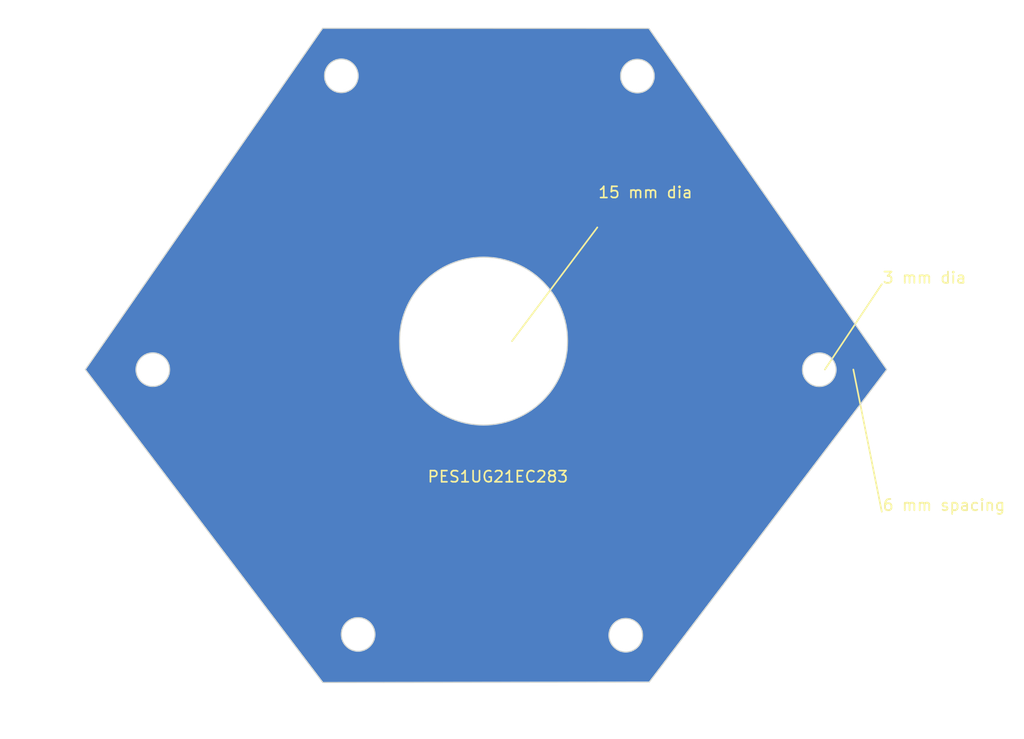
<source format=kicad_pcb>
(kicad_pcb (version 20221018) (generator pcbnew)

  (general
    (thickness 1.6)
  )

  (paper "A4")
  (layers
    (0 "F.Cu" signal)
    (31 "B.Cu" signal)
    (32 "B.Adhes" user "B.Adhesive")
    (33 "F.Adhes" user "F.Adhesive")
    (34 "B.Paste" user)
    (35 "F.Paste" user)
    (36 "B.SilkS" user "B.Silkscreen")
    (37 "F.SilkS" user "F.Silkscreen")
    (38 "B.Mask" user)
    (39 "F.Mask" user)
    (40 "Dwgs.User" user "User.Drawings")
    (41 "Cmts.User" user "User.Comments")
    (42 "Eco1.User" user "User.Eco1")
    (43 "Eco2.User" user "User.Eco2")
    (44 "Edge.Cuts" user)
    (45 "Margin" user)
    (46 "B.CrtYd" user "B.Courtyard")
    (47 "F.CrtYd" user "F.Courtyard")
    (48 "B.Fab" user)
    (49 "F.Fab" user)
    (50 "User.1" user)
    (51 "User.2" user)
    (52 "User.3" user)
    (53 "User.4" user)
    (54 "User.5" user)
    (55 "User.6" user)
    (56 "User.7" user)
    (57 "User.8" user)
    (58 "User.9" user)
  )

  (setup
    (pad_to_mask_clearance 0)
    (pcbplotparams
      (layerselection 0x00010fc_ffffffff)
      (plot_on_all_layers_selection 0x0000000_00000000)
      (disableapertmacros false)
      (usegerberextensions false)
      (usegerberattributes true)
      (usegerberadvancedattributes true)
      (creategerberjobfile true)
      (dashed_line_dash_ratio 12.000000)
      (dashed_line_gap_ratio 3.000000)
      (svgprecision 4)
      (plotframeref false)
      (viasonmask false)
      (mode 1)
      (useauxorigin false)
      (hpglpennumber 1)
      (hpglpenspeed 20)
      (hpglpendiameter 15.000000)
      (dxfpolygonmode true)
      (dxfimperialunits true)
      (dxfusepcbnewfont true)
      (psnegative false)
      (psa4output false)
      (plotreference true)
      (plotvalue true)
      (plotinvisibletext false)
      (sketchpadsonfab false)
      (subtractmaskfromsilk false)
      (outputformat 1)
      (mirror false)
      (drillshape 0)
      (scaleselection 1)
      (outputdirectory "")
    )
  )

  (net 0 "")

  (gr_line (start 157.48 111.76) (end 162.56 104.14)
    (stroke (width 0.15) (type default)) (layer "F.SilkS") (tstamp 4388d5b8-36ac-49b9-9093-fbb873ad1c10))
  (gr_line (start 160.02 111.76) (end 162.56 124.46)
    (stroke (width 0.15) (type default)) (layer "F.SilkS") (tstamp afa0c372-af95-43a9-84da-d7ec9a1aa2ce))
  (gr_line (start 129.54 109.22) (end 137.16 99.06)
    (stroke (width 0.15) (type default)) (layer "F.SilkS") (tstamp db2bdf26-951d-4b80-80d7-0154616fc0f7))
  (gr_circle (center 156.978554 111.77555) (end 158.478554 111.77555)
    (stroke (width 0.1) (type default)) (fill none) (layer "Edge.Cuts") (tstamp 1c745bc4-883b-4d45-81c8-7d90c503c011))
  (gr_circle (center 140.74 85.537527) (end 142.24 85.537527)
    (stroke (width 0.1) (type default)) (fill none) (layer "Edge.Cuts") (tstamp 35a081de-d592-4b39-91a5-02ef6a667717))
  (gr_circle (center 115.8 135.428649) (end 117.3 135.428649)
    (stroke (width 0.1) (type default)) (fill none) (layer "Edge.Cuts") (tstamp 398eceeb-cb49-4773-a976-fe2f8a2a52dd))
  (gr_circle (center 139.7 135.501232) (end 141.2 135.501232)
    (stroke (width 0.1) (type default)) (fill none) (layer "Edge.Cuts") (tstamp 45f088e7-e1f2-4fb6-b4c4-1ba5c03c896b))
  (gr_circle (center 114.3 85.516792) (end 115.8 85.516792)
    (stroke (width 0.1) (type default)) (fill none) (layer "Edge.Cuts") (tstamp 5c4379ab-4ff9-465d-ac14-1cffb8b6d6d0))
  (gr_circle (center 97.466705 111.770378) (end 98.966705 111.770378)
    (stroke (width 0.1) (type default)) (fill none) (layer "Edge.Cuts") (tstamp 76ff3f4b-9ed0-4dc6-b938-eb2ee4153fca))
  (gr_poly
    (pts
      (xy 112.630853 81.269633)
      (xy 141.763104 81.28)
      (xy 163.002338 111.76)
      (xy 141.794206 139.689633)
      (xy 112.648984 139.723326)
      (xy 91.44 111.76)
    )

    (stroke (width 0.1) (type solid)) (fill none) (layer "Edge.Cuts") (tstamp caf1f5bd-2f6a-4895-8efe-f0b2193bdaa4))
  (gr_circle (center 127 109.22) (end 134.5 109.22)
    (stroke (width 0.1) (type default)) (fill none) (layer "Edge.Cuts") (tstamp f7a9ce23-1e2c-4413-a92a-1c116d602a4e))
  (gr_text "PES1UG21EC283" (at 121.92 121.92) (layer "F.SilkS") (tstamp 48da4c8a-84e5-43a0-aae4-6d7d8e6360eb)
    (effects (font (size 1 1) (thickness 0.15)) (justify left bottom))
  )
  (gr_text "3 mm dia\n" (at 162.56 104.14) (layer "F.SilkS") (tstamp 7d1d45a9-d089-49c2-bc06-ff7903b21d65)
    (effects (font (size 1 1) (thickness 0.15)) (justify left bottom))
  )
  (gr_text "6 mm spacing" (at 162.56 124.46) (layer "F.SilkS") (tstamp 8708885e-4b57-4c51-b7cc-8782114d31f0)
    (effects (font (size 1 1) (thickness 0.15)) (justify left bottom))
  )
  (gr_text "15 mm dia\n" (at 137.16 96.52) (layer "F.SilkS") (tstamp a35ffdd3-67e1-40cd-b2fe-61622445b9a7)
    (effects (font (size 1 1) (thickness 0.15)) (justify left bottom))
  )

  (zone (net 0) (net_name "") (layer "B.Cu") (tstamp 529c1e9e-f795-4a64-8f44-48f512c7cf2c) (hatch edge 0.5)
    (connect_pads (clearance 0.5))
    (min_thickness 0.25) (filled_areas_thickness no)
    (fill yes (thermal_gap 0.5) (thermal_bridge_width 0.5) (island_removal_mode 1) (island_area_min 10))
    (polygon
      (pts
        (xy 83.82 78.74)
        (xy 175.26 78.74)
        (xy 175.26 144.78)
        (xy 83.82 144.78)
      )
    )
    (filled_polygon
      (layer "B.Cu")
      (island)
      (pts
        (xy 141.698143 81.280475)
        (xy 141.765173 81.300183)
        (xy 141.799832 81.333583)
        (xy 162.950136 111.685962)
        (xy 162.972313 111.752218)
        (xy 162.955149 111.819947)
        (xy 162.947155 111.831843)
        (xy 141.831119 139.640193)
        (xy 141.7749 139.68168)
        (xy 141.732507 139.689204)
        (xy 112.710903 139.722753)
        (xy 112.643841 139.703146)
        (xy 112.611962 139.673687)
        (xy 109.392283 135.428649)
        (xy 114.294357 135.428649)
        (xy 114.300371 135.501232)
        (xy 114.30235 135.525105)
        (xy 114.302562 135.530228)
        (xy 114.302562 135.543105)
        (xy 114.301274 135.547488)
        (xy 114.30194 135.55552)
        (xy 114.304143 135.562219)
        (xy 114.306264 135.574928)
        (xy 114.306899 135.580016)
        (xy 114.314891 135.676465)
        (xy 114.314891 135.676467)
        (xy 114.338654 135.770308)
        (xy 114.339707 135.775328)
        (xy 114.341825 135.788023)
        (xy 114.341277 135.792551)
        (xy 114.343256 135.800364)
        (xy 114.346532 135.806611)
        (xy 114.350714 135.818794)
        (xy 114.352177 135.823707)
        (xy 114.366228 135.879192)
        (xy 114.375937 135.91753)
        (xy 114.402565 135.978237)
        (xy 114.41481 136.006152)
        (xy 114.416675 136.010932)
        (xy 114.420864 136.023137)
        (xy 114.421069 136.027689)
        (xy 114.424304 136.035064)
        (xy 114.428567 136.040692)
        (xy 114.4347 136.052026)
        (xy 114.436949 136.056627)
        (xy 114.475826 136.145254)
        (xy 114.528764 136.226283)
        (xy 114.531389 136.230688)
        (xy 114.537521 136.24202)
        (xy 114.538473 136.24648)
        (xy 114.542879 136.253224)
        (xy 114.548009 136.258071)
        (xy 114.555927 136.268245)
        (xy 114.558903 136.272415)
        (xy 114.609371 136.349661)
        (xy 114.611836 136.353434)
        (xy 114.636306 136.380015)
        (xy 114.677391 136.424647)
        (xy 114.680706 136.42856)
        (xy 114.688612 136.438719)
        (xy 114.690284 136.442957)
        (xy 114.695752 136.448898)
        (xy 114.701599 136.452827)
        (xy 114.711079 136.461553)
        (xy 114.714703 136.465178)
        (xy 114.780257 136.536388)
        (xy 114.856624 136.595827)
        (xy 114.860539 136.599142)
        (xy 114.870026 136.607876)
        (xy 114.872373 136.611782)
        (xy 114.87873 136.61673)
        (xy 114.88515 136.619647)
        (xy 114.895935 136.626692)
        (xy 114.900091 136.629658)
        (xy 114.976491 136.689123)
        (xy 115.061634 136.7352)
        (xy 115.06601 136.737808)
        (xy 115.076811 136.744865)
        (xy 115.079772 136.748335)
        (xy 115.086844 136.752163)
        (xy 115.093664 136.753985)
        (xy 115.105483 136.75917)
        (xy 115.110057 136.761405)
        (xy 115.19519 136.807477)
        (xy 115.286767 136.838915)
        (xy 115.29148 136.840754)
        (xy 115.3033 136.845939)
        (xy 115.306791 136.848873)
        (xy 115.314421 136.851492)
        (xy 115.321432 136.852166)
        (xy 115.329378 136.854177)
        (xy 115.333935 136.855331)
        (xy 115.338823 136.856786)
        (xy 115.390229 136.874434)
        (xy 115.430385 136.88822)
        (xy 115.525857 136.904151)
        (xy 115.530861 136.905199)
        (xy 115.543359 136.908364)
        (xy 115.547285 136.910683)
        (xy 115.55524 136.912011)
        (xy 115.562274 136.91152)
        (xy 115.575122 136.912585)
        (xy 115.580187 136.913216)
        (xy 115.675665 136.929149)
        (xy 115.675666 136.929149)
        (xy 115.772436 136.929149)
        (xy 115.777556 136.929361)
        (xy 115.789551 136.930354)
        (xy 115.790419 136.930426)
        (xy 115.79468 136.93207)
        (xy 115.802715 136.93207)
        (xy 115.809579 136.930427)
        (xy 115.822453 136.929361)
        (xy 115.827574 136.929149)
        (xy 115.92433 136.929149)
        (xy 115.924335 136.929149)
        (xy 116.019854 136.913209)
        (xy 116.02485 136.912587)
        (xy 116.03773 136.91152)
        (xy 116.042193 136.912438)
        (xy 116.050141 136.911112)
        (xy 116.056623 136.908368)
        (xy 116.069158 136.905194)
        (xy 116.074105 136.904157)
        (xy 116.169614 136.88822)
        (xy 116.261198 136.856778)
        (xy 116.266055 136.855333)
        (xy 116.278568 136.852165)
        (xy 116.28312 136.852336)
        (xy 116.290741 136.84972)
        (xy 116.296691 136.845942)
        (xy 116.308501 136.840762)
        (xy 116.313251 136.838909)
        (xy 116.40481 136.807477)
        (xy 116.48997 136.76139)
        (xy 116.494522 136.759166)
        (xy 116.50634 136.753983)
        (xy 116.510865 136.753401)
        (xy 116.517935 136.749575)
        (xy 116.52319 136.744864)
        (xy 116.533999 136.737802)
        (xy 116.538361 136.735202)
        (xy 116.623509 136.689123)
        (xy 116.699937 136.629635)
        (xy 116.704025 136.626717)
        (xy 116.714856 136.619642)
        (xy 116.719221 136.618325)
        (xy 116.725568 136.613384)
        (xy 116.729972 136.607877)
        (xy 116.739462 136.599141)
        (xy 116.743349 136.595847)
        (xy 116.819744 136.536387)
        (xy 116.885313 136.465159)
        (xy 116.888909 136.461563)
        (xy 116.898405 136.452821)
        (xy 116.902489 136.450806)
        (xy 116.907949 136.444875)
        (xy 116.911384 136.438722)
        (xy 116.919315 136.428532)
        (xy 116.922585 136.424671)
        (xy 116.988164 136.353434)
        (xy 117.041124 136.272372)
        (xy 117.044055 136.268267)
        (xy 117.052004 136.258054)
        (xy 117.055699 136.255395)
        (xy 117.060104 136.248653)
        (xy 117.062481 136.242014)
        (xy 117.068621 136.230669)
        (xy 117.071224 136.226299)
        (xy 117.124173 136.145256)
        (xy 117.163068 136.056582)
        (xy 117.165298 136.052026)
        (xy 117.171421 136.040711)
        (xy 117.174641 136.037465)
        (xy 117.177882 136.030076)
        (xy 117.179135 136.023132)
        (xy 117.183329 136.010915)
        (xy 117.18517 136.006195)
        (xy 117.224063 135.91753)
        (xy 117.247832 135.823668)
        (xy 117.24928 135.818805)
        (xy 117.253467 135.806609)
        (xy 117.256103 135.802887)
        (xy 117.258081 135.795077)
        (xy 117.258174 135.788022)
        (xy 117.260299 135.775287)
        (xy 117.261344 135.770308)
        (xy 117.285108 135.67647)
        (xy 117.293103 135.579982)
        (xy 117.293734 135.574927)
        (xy 117.298508 135.546318)
        (xy 117.297688 135.540577)
        (xy 117.298088 135.521234)
        (xy 117.298283 135.517463)
        (xy 117.299628 135.501232)
        (xy 138.194357 135.501232)
        (xy 138.200885 135.580016)
        (xy 138.20235 135.597688)
        (xy 138.202562 135.602811)
        (xy 138.202562 135.615688)
        (xy 138.201274 135.620071)
        (xy 138.20194 135.628103)
        (xy 138.204143 135.634802)
        (xy 138.206264 135.647511)
        (xy 138.206899 135.652599)
        (xy 138.214891 135.749048)
        (xy 138.214891 135.74905)
        (xy 138.238654 135.842891)
        (xy 138.239707 135.847911)
        (xy 138.241825 135.860606)
        (xy 138.241277 135.865134)
        (xy 138.243256 135.872947)
        (xy 138.246532 135.879194)
        (xy 138.250714 135.891377)
        (xy 138.252177 135.89629)
        (xy 138.275432 135.988119)
        (xy 138.275937 135.990113)
        (xy 138.296708 136.037465)
        (xy 138.31481 136.078735)
        (xy 138.316675 136.083515)
        (xy 138.320864 136.09572)
        (xy 138.321069 136.100272)
        (xy 138.324304 136.107647)
        (xy 138.328567 136.113275)
        (xy 138.3347 136.124609)
        (xy 138.336949 136.12921)
        (xy 138.375826 136.217837)
        (xy 138.428764 136.298866)
        (xy 138.431389 136.303271)
        (xy 138.437521 136.314603)
        (xy 138.438473 136.319063)
        (xy 138.442879 136.325807)
        (xy 138.448009 136.330654)
        (xy 138.455927 136.340828)
        (xy 138.458903 136.344998)
        (xy 138.509371 136.422244)
        (xy 138.511836 136.426017)
        (xy 138.534656 136.450806)
        (xy 138.577391 136.49723)
        (xy 138.580706 136.501143)
        (xy 138.588612 136.511302)
        (xy 138.590284 136.51554)
        (xy 138.595752 136.521481)
        (xy 138.601599 136.52541)
        (xy 138.611079 136.534136)
        (xy 138.614703 136.537761)
        (xy 138.680257 136.608971)
        (xy 138.756624 136.66841)
        (xy 138.760539 136.671725)
        (xy 138.770026 136.680459)
        (xy 138.772373 136.684365)
        (xy 138.77873 136.689313)
        (xy 138.78515 136.69223)
        (xy 138.795935 136.699275)
        (xy 138.800091 136.702241)
        (xy 138.876491 136.761706)
        (xy 138.961634 136.807783)
        (xy 138.96601 136.810391)
        (xy 138.976811 136.817448)
        (xy 138.979772 136.820918)
        (xy 138.986844 136.824746)
        (xy 138.993664 136.826568)
        (xy 139.005483 136.831753)
        (xy 139.010057 136.833988)
        (xy 139.09519 136.88006)
        (xy 139.186767 136.911498)
        (xy 139.19148 136.913337)
        (xy 139.2033 136.918522)
        (xy 139.206791 136.921456)
        (xy 139.214421 136.924075)
        (xy 139.221432 136.924749)
        (xy 139.229378 136.92676)
        (xy 139.233935 136.927914)
        (xy 139.238823 136.929369)
        (xy 139.304307 136.95185)
        (xy 139.330385 136.960803)
        (xy 139.425857 136.976734)
        (xy 139.430861 136.977782)
        (xy 139.443359 136.980947)
        (xy 139.447285 136.983266)
        (xy 139.45524 136.984594)
        (xy 139.462274 136.984103)
        (xy 139.475122 136.985168)
        (xy 139.480187 136.985799)
        (xy 139.575665 137.001732)
        (xy 139.575666 137.001732)
        (xy 139.672436 137.001732)
        (xy 139.677556 137.001944)
        (xy 139.689551 137.002937)
        (xy 139.690419 137.003009)
        (xy 139.69468 137.004653)
        (xy 139.702715 137.004653)
        (xy 139.709579 137.00301)
        (xy 139.722453 137.001944)
        (xy 139.727574 137.001732)
        (xy 139.82433 137.001732)
        (xy 139.824335 137.001732)
        (xy 139.919854 136.985792)
        (xy 139.92485 136.98517)
        (xy 139.93773 136.984103)
        (xy 139.942193 136.985021)
        (xy 139.950141 136.983695)
        (xy 139.956623 136.980951)
        (xy 139.969158 136.977777)
        (xy 139.974105 136.97674)
        (xy 140.069614 136.960803)
        (xy 140.161198 136.929361)
        (xy 140.166055 136.927916)
        (xy 140.178568 136.924748)
        (xy 140.18312 136.924919)
        (xy 140.190741 136.922303)
        (xy 140.196691 136.918525)
        (xy 140.208501 136.913345)
        (xy 140.213251 136.911492)
        (xy 140.30481 136.88006)
        (xy 140.38997 136.833973)
        (xy 140.394522 136.831749)
        (xy 140.40634 136.826566)
        (xy 140.410865 136.825984)
        (xy 140.417935 136.822158)
        (xy 140.42319 136.817447)
        (xy 140.433999 136.810385)
        (xy 140.438361 136.807785)
        (xy 140.523509 136.761706)
        (xy 140.59994 136.702217)
        (xy 140.604034 136.699294)
        (xy 140.614844 136.692232)
        (xy 140.619214 136.690913)
        (xy 140.625568 136.685967)
        (xy 140.629972 136.68046)
        (xy 140.639462 136.671724)
        (xy 140.643349 136.66843)
        (xy 140.719744 136.60897)
        (xy 140.785313 136.537742)
        (xy 140.788909 136.534146)
        (xy 140.798405 136.525404)
        (xy 140.802489 136.523389)
        (xy 140.807949 136.517458)
        (xy 140.811384 136.511305)
        (xy 140.819315 136.501115)
        (xy 140.822585 136.497254)
        (xy 140.888164 136.426017)
        (xy 140.941124 136.344955)
        (xy 140.944055 136.34085)
        (xy 140.952004 136.330637)
        (xy 140.955699 136.327978)
        (xy 140.960104 136.321236)
        (xy 140.962481 136.314597)
        (xy 140.968621 136.303252)
        (xy 140.971224 136.298882)
        (xy 141.024173 136.217839)
        (xy 141.063068 136.129165)
        (xy 141.065298 136.124609)
        (xy 141.071421 136.113294)
        (xy 141.074641 136.110048)
        (xy 141.077882 136.102659)
        (xy 141.079135 136.095715)
        (xy 141.083329 136.083498)
        (xy 141.08517 136.078778)
        (xy 141.124063 135.990113)
        (xy 141.147832 135.896251)
        (xy 141.14928 135.891388)
        (xy 141.153467 135.879192)
        (xy 141.156103 135.87547)
        (xy 141.158081 135.86766)
        (xy 141.158174 135.860605)
        (xy 141.160299 135.84787)
        (xy 141.161344 135.842891)
        (xy 141.185108 135.749053)
        (xy 141.193103 135.652565)
        (xy 141.193734 135.64751)
        (xy 141.198508 135.618901)
        (xy 141.197688 135.61316)
        (xy 141.198088 135.593817)
        (xy 141.198283 135.590046)
        (xy 141.205643 135.501232)
        (xy 141.198283 135.412421)
        (xy 141.198088 135.408642)
        (xy 141.197688 135.389304)
        (xy 141.198789 135.385248)
        (xy 141.197438 135.377151)
        (xy 141.193731 135.354936)
        (xy 141.193102 135.349892)
        (xy 141.185108 135.253411)
        (xy 141.161341 135.159559)
        (xy 141.160295 135.154566)
        (xy 141.160292 135.154551)
        (xy 141.158175 135.141859)
        (xy 141.158721 135.137334)
        (xy 141.156743 135.129519)
        (xy 141.153466 135.123269)
        (xy 141.149283 135.111083)
        (xy 141.14783 135.106208)
        (xy 141.124063 135.012351)
        (xy 141.08518 134.923707)
        (xy 141.083326 134.918957)
        (xy 141.079133 134.906741)
        (xy 141.078927 134.902185)
        (xy 141.075699 134.894824)
        (xy 141.071435 134.889194)
        (xy 141.065298 134.877853)
        (xy 141.063052 134.873261)
        (xy 141.031209 134.800665)
        (xy 141.024173 134.784624)
        (xy 140.971231 134.70359)
        (xy 140.968618 134.699205)
        (xy 140.962477 134.687858)
        (xy 140.961524 134.683399)
        (xy 140.957122 134.67666)
        (xy 140.951994 134.671813)
        (xy 140.944081 134.661647)
        (xy 140.941102 134.657475)
        (xy 140.888164 134.576447)
        (xy 140.882884 134.570711)
        (xy 140.822606 134.505231)
        (xy 140.819291 134.501317)
        (xy 140.811384 134.491158)
        (xy 140.809711 134.486917)
        (xy 140.804253 134.480989)
        (xy 140.798398 134.477052)
        (xy 140.788918 134.468324)
        (xy 140.785294 134.4647)
        (xy 140.771863 134.450111)
        (xy 140.719744 134.393494)
        (xy 140.69887 134.377247)
        (xy 140.643378 134.334055)
        (xy 140.639462 134.330739)
        (xy 140.62997 134.321999)
        (xy 140.627624 134.318095)
        (xy 140.621278 134.313155)
        (xy 140.614842 134.31023)
        (xy 140.604063 134.303187)
        (xy 140.599897 134.300213)
        (xy 140.523509 134.240758)
        (xy 140.523508 134.240757)
        (xy 140.523505 134.240755)
        (xy 140.523503 134.240754)
        (xy 140.474906 134.214455)
        (xy 140.43838 134.194688)
        (xy 140.433985 134.192069)
        (xy 140.42319 134.185016)
        (xy 140.420227 134.181545)
        (xy 140.413156 134.177718)
        (xy 140.406332 134.175893)
        (xy 140.394528 134.170715)
        (xy 140.389925 134.168465)
        (xy 140.304816 134.122407)
        (xy 140.304813 134.122406)
        (xy 140.30481 134.122404)
        (xy 140.304804 134.122402)
        (xy 140.304802 134.122401)
        (xy 140.213258 134.090974)
        (xy 140.20848 134.089109)
        (xy 140.19669 134.083937)
        (xy 140.193199 134.081003)
        (xy 140.185584 134.078388)
        (xy 140.178562 134.077713)
        (xy 140.17475 134.076748)
        (xy 140.16608 134.074552)
        (xy 140.161168 134.07309)
        (xy 140.069614 134.041661)
        (xy 139.974141 134.025728)
        (xy 139.969128 134.024677)
        (xy 139.956648 134.021518)
        (xy 139.952715 134.019194)
        (xy 139.944768 134.017868)
        (xy 139.937719 134.018359)
        (xy 139.924888 134.017295)
        (xy 139.919804 134.016662)
        (xy 139.824336 134.000732)
        (xy 139.824335 134.000732)
        (xy 139.727541 134.000732)
        (xy 139.722428 134.00052)
        (xy 139.711122 133.999583)
        (xy 139.709583 133.999456)
        (xy 139.705328 133.997814)
        (xy 139.697279 133.997814)
        (xy 139.690414 133.999456)
        (xy 139.680435 134.000283)
        (xy 139.680291 134.000295)
        (xy 139.677606 134.000517)
        (xy 139.672495 134.000732)
        (xy 139.575665 134.000732)
        (xy 139.480194 134.016662)
        (xy 139.475109 134.017296)
        (xy 139.462277 134.018359)
        (xy 139.457806 134.017439)
        (xy 139.449862 134.018764)
        (xy 139.443355 134.021517)
        (xy 139.430872 134.024677)
        (xy 139.425857 134.025729)
        (xy 139.330383 134.041661)
        (xy 139.238835 134.073088)
        (xy 139.233929 134.074549)
        (xy 139.22145 134.07771)
        (xy 139.21689 134.077539)
        (xy 139.209261 134.080157)
        (xy 139.203304 134.083939)
        (xy 139.191515 134.089111)
        (xy 139.18674 134.090974)
        (xy 139.095194 134.122402)
        (xy 139.095183 134.122407)
        (xy 139.010084 134.16846)
        (xy 139.005479 134.170711)
        (xy 138.993662 134.175895)
        (xy 138.989135 134.176476)
        (xy 138.982061 134.180304)
        (xy 138.976804 134.185018)
        (xy 138.966009 134.192071)
        (xy 138.961607 134.194693)
        (xy 138.876493 134.240756)
        (xy 138.876489 134.240758)
        (xy 138.800108 134.300208)
        (xy 138.795944 134.303182)
        (xy 138.788967 134.307741)
        (xy 138.785138 134.310242)
        (xy 138.780771 134.311559)
        (xy 138.774428 134.316496)
        (xy 138.770025 134.322003)
        (xy 138.760532 134.330742)
        (xy 138.75662 134.334056)
        (xy 138.680255 134.393494)
        (xy 138.614696 134.464709)
        (xy 138.611071 134.468334)
        (xy 138.601596 134.477056)
        (xy 138.597509 134.479072)
        (xy 138.592043 134.48501)
        (xy 138.588604 134.491172)
        (xy 138.580699 134.501327)
        (xy 138.57739 134.505233)
        (xy 138.511836 134.576447)
        (xy 138.458903 134.657465)
        (xy 138.455931 134.661629)
        (xy 138.449308 134.67014)
        (xy 138.44799 134.671833)
        (xy 138.444294 134.674491)
        (xy 138.4399 134.681216)
        (xy 138.43752 134.687863)
        (xy 138.431387 134.699194)
        (xy 138.428764 134.703596)
        (xy 138.375828 134.784622)
        (xy 138.336952 134.873247)
        (xy 138.334703 134.877848)
        (xy 138.331673 134.883448)
        (xy 138.328566 134.88919)
        (xy 138.32535 134.89243)
        (xy 138.322116 134.899803)
        (xy 138.320863 134.906749)
        (xy 138.316674 134.918949)
        (xy 138.314811 134.923725)
        (xy 138.285179 134.991279)
        (xy 138.275939 135.012348)
        (xy 138.275936 135.012354)
        (xy 138.252177 135.106172)
        (xy 138.250715 135.111083)
        (xy 138.246533 135.123265)
        (xy 138.243896 135.126987)
        (xy 138.241917 135.134802)
        (xy 138.241825 135.141854)
        (xy 138.239707 135.154551)
        (xy 138.238654 135.159571)
        (xy 138.214891 135.25341)
        (xy 138.214891 135.253415)
        (xy 138.206899 135.349863)
        (xy 138.206264 135.354951)
        (xy 138.204143 135.36766)
        (xy 138.202156 135.371762)
        (xy 138.20149 135.379795)
        (xy 138.202562 135.386774)
        (xy 138.202562 135.399651)
        (xy 138.20235 135.404767)
        (xy 138.194357 135.501232)
        (xy 117.299628 135.501232)
        (xy 117.305643 135.428649)
        (xy 117.298283 135.339838)
        (xy 117.298088 135.336059)
        (xy 117.297688 135.316721)
        (xy 117.298789 135.312665)
        (xy 117.297438 135.304568)
        (xy 117.293731 135.282353)
        (xy 117.293102 135.277309)
        (xy 117.285108 135.180828)
        (xy 117.261341 135.086976)
        (xy 117.260295 135.081983)
        (xy 117.260292 135.081968)
        (xy 117.258175 135.069276)
        (xy 117.258721 135.064751)
        (xy 117.256743 135.056936)
        (xy 117.253466 135.050686)
        (xy 117.249283 135.0385)
        (xy 117.24783 135.033625)
        (xy 117.224063 134.939768)
        (xy 117.217022 134.923717)
        (xy 117.204349 134.894824)
        (xy 117.18518 134.851124)
        (xy 117.183326 134.846374)
        (xy 117.179133 134.834158)
        (xy 117.178927 134.829602)
        (xy 117.175699 134.822241)
        (xy 117.171435 134.816611)
        (xy 117.165298 134.80527)
        (xy 117.163052 134.800678)
        (xy 117.124173 134.712042)
        (xy 117.124173 134.712041)
        (xy 117.071231 134.631007)
        (xy 117.068618 134.626622)
        (xy 117.062477 134.615275)
        (xy 117.061524 134.610816)
        (xy 117.057122 134.604077)
        (xy 117.051994 134.59923)
        (xy 117.044081 134.589064)
        (xy 117.041102 134.584892)
        (xy 116.988164 134.503864)
        (xy 116.967106 134.480989)
        (xy 116.922606 134.432648)
        (xy 116.919291 134.428734)
        (xy 116.911384 134.418575)
        (xy 116.909711 134.414334)
        (xy 116.904253 134.408406)
        (xy 116.898398 134.404469)
        (xy 116.888918 134.395741)
        (xy 116.885294 134.392117)
        (xy 116.871863 134.377528)
        (xy 116.819744 134.320911)
        (xy 116.793145 134.300208)
        (xy 116.743378 134.261472)
        (xy 116.739462 134.258156)
        (xy 116.72997 134.249416)
        (xy 116.727624 134.245512)
        (xy 116.721278 134.240572)
        (xy 116.714842 134.237647)
        (xy 116.704063 134.230604)
        (xy 116.699897 134.22763)
        (xy 116.623509 134.168175)
        (xy 116.623508 134.168174)
        (xy 116.623505 134.168172)
        (xy 116.623503 134.168171)
        (xy 116.574906 134.141872)
        (xy 116.53838 134.122105)
        (xy 116.533985 134.119486)
        (xy 116.52319 134.112433)
        (xy 116.520227 134.108962)
        (xy 116.513156 134.105135)
        (xy 116.506332 134.10331)
        (xy 116.494528 134.098132)
        (xy 116.489925 134.095882)
        (xy 116.404816 134.049824)
        (xy 116.404813 134.049823)
        (xy 116.40481 134.049821)
        (xy 116.404804 134.049819)
        (xy 116.404802 134.049818)
        (xy 116.313258 134.018391)
        (xy 116.30848 134.016526)
        (xy 116.29669 134.011354)
        (xy 116.293199 134.00842)
        (xy 116.285584 134.005805)
        (xy 116.278562 134.00513)
        (xy 116.27475 134.004165)
        (xy 116.26608 134.001969)
        (xy 116.261168 134.000507)
        (xy 116.169614 133.969078)
        (xy 116.074141 133.953145)
        (xy 116.069128 133.952094)
        (xy 116.056648 133.948935)
        (xy 116.052715 133.946611)
        (xy 116.044768 133.945285)
        (xy 116.037719 133.945776)
        (xy 116.024888 133.944712)
        (xy 116.019804 133.944079)
        (xy 115.924336 133.928149)
        (xy 115.924335 133.928149)
        (xy 115.827541 133.928149)
        (xy 115.822428 133.927937)
        (xy 115.811122 133.927)
        (xy 115.809583 133.926873)
        (xy 115.805328 133.925231)
        (xy 115.797279 133.925231)
        (xy 115.790414 133.926873)
        (xy 115.780435 133.9277)
        (xy 115.780291 133.927712)
        (xy 115.777606 133.927934)
        (xy 115.772495 133.928149)
        (xy 115.675665 133.928149)
        (xy 115.580194 133.944079)
        (xy 115.575109 133.944713)
        (xy 115.562277 133.945776)
        (xy 115.557806 133.944856)
        (xy 115.549862 133.946181)
        (xy 115.543355 133.948934)
        (xy 115.530872 133.952094)
        (xy 115.525857 133.953146)
        (xy 115.430383 133.969078)
        (xy 115.338835 134.000505)
        (xy 115.333929 134.001966)
        (xy 115.32145 134.005127)
        (xy 115.31689 134.004956)
        (xy 115.309261 134.007574)
        (xy 115.303304 134.011356)
        (xy 115.291515 134.016528)
        (xy 115.28674 134.018391)
        (xy 115.195194 134.049819)
        (xy 115.195183 134.049824)
        (xy 115.110084 134.095877)
        (xy 115.105479 134.098128)
        (xy 115.093662 134.103312)
        (xy 115.089135 134.103893)
        (xy 115.082061 134.107721)
        (xy 115.076804 134.112435)
        (xy 115.066009 134.119488)
        (xy 115.061607 134.12211)
        (xy 114.976493 134.168173)
        (xy 114.976489 134.168175)
        (xy 114.900108 134.227625)
        (xy 114.895944 134.230599)
        (xy 114.888967 134.235158)
        (xy 114.885138 134.237659)
        (xy 114.880771 134.238976)
        (xy 114.874428 134.243913)
        (xy 114.870025 134.24942)
        (xy 114.860532 134.258159)
        (xy 114.85662 134.261473)
        (xy 114.780255 134.320911)
        (xy 114.714696 134.392126)
        (xy 114.711071 134.395751)
        (xy 114.701596 134.404473)
        (xy 114.697509 134.406489)
        (xy 114.692043 134.412427)
        (xy 114.688604 134.418589)
        (xy 114.680699 134.428744)
        (xy 114.67739 134.43265)
        (xy 114.611836 134.503864)
        (xy 114.558903 134.584882)
        (xy 114.555931 134.589046)
        (xy 114.549308 134.597557)
        (xy 114.54799 134.59925)
        (xy 114.544294 134.601908)
        (xy 114.5399 134.608633)
        (xy 114.53752 134.61528)
        (xy 114.531387 134.626611)
        (xy 114.528764 134.631013)
        (xy 114.475828 134.712039)
        (xy 114.436952 134.800664)
        (xy 114.434703 134.805265)
        (xy 114.431673 134.810865)
        (xy 114.428566 134.816607)
        (xy 114.42535 134.819847)
        (xy 114.422116 134.82722)
        (xy 114.420863 134.834166)
        (xy 114.416674 134.846366)
        (xy 114.414811 134.851142)
        (xy 114.396701 134.89243)
        (xy 114.375939 134.939765)
        (xy 114.375936 134.939771)
        (xy 114.352177 135.033589)
        (xy 114.350715 135.0385)
        (xy 114.346533 135.050682)
        (xy 114.343896 135.054404)
        (xy 114.341917 135.062219)
        (xy 114.341825 135.069271)
        (xy 114.339707 135.081968)
        (xy 114.338654 135.086988)
        (xy 114.314891 135.180827)
        (xy 114.314891 135.180832)
        (xy 114.306899 135.27728)
        (xy 114.306264 135.282368)
        (xy 114.304143 135.295077)
        (xy 114.302156 135.299179)
        (xy 114.30149 135.307212)
        (xy 114.302562 135.314191)
        (xy 114.302562 135.327068)
        (xy 114.30235 135.332184)
        (xy 114.300465 135.354936)
        (xy 114.296015 135.408642)
        (xy 114.294357 135.428649)
        (xy 109.392283 135.428649)
        (xy 95.068339 116.543013)
        (xy 91.495037 111.831736)
        (xy 91.471713 111.770382)
        (xy 95.961062 111.770382)
        (xy 95.961491 111.775554)
        (xy 95.968846 111.864319)
        (xy 95.969055 111.866834)
        (xy 95.969267 111.871957)
        (xy 95.969267 111.884834)
        (xy 95.967979 111.889217)
        (xy 95.968645 111.897249)
        (xy 95.970848 111.903948)
        (xy 95.972969 111.916657)
        (xy 95.973604 111.921745)
        (xy 95.981596 112.018194)
        (xy 95.981596 112.018196)
        (xy 96.005359 112.112037)
        (xy 96.006412 112.117057)
        (xy 96.00853 112.129752)
        (xy 96.007982 112.13428)
        (xy 96.009961 112.142093)
        (xy 96.013237 112.14834)
        (xy 96.017419 112.160523)
        (xy 96.018882 112.165436)
        (xy 96.042137 112.257265)
        (xy 96.042642 112.259259)
        (xy 96.06927 112.319966)
        (xy 96.081515 112.347881)
        (xy 96.08338 112.352661)
        (xy 96.087569 112.364866)
        (xy 96.087774 112.369418)
        (xy 96.091009 112.376793)
        (xy 96.095272 112.382421)
        (xy 96.101405 112.393755)
        (xy 96.103654 112.398356)
        (xy 96.142531 112.486983)
        (xy 96.195469 112.568012)
        (xy 96.198094 112.572417)
        (xy 96.204226 112.583749)
        (xy 96.205178 112.588209)
        (xy 96.209584 112.594953)
        (xy 96.214712 112.599798)
        (xy 96.218147 112.604212)
        (xy 96.222632 112.609974)
        (xy 96.225608 112.614144)
        (xy 96.249336 112.650462)
        (xy 96.278541 112.695163)
        (xy 96.303011 112.721744)
        (xy 96.344096 112.766376)
        (xy 96.347411 112.770289)
        (xy 96.355317 112.780448)
        (xy 96.356989 112.784686)
        (xy 96.362457 112.790627)
        (xy 96.368304 112.794556)
        (xy 96.377784 112.803282)
        (xy 96.381408 112.806907)
        (xy 96.446962 112.878117)
        (xy 96.523329 112.937556)
        (xy 96.527244 112.940871)
        (xy 96.536731 112.949605)
        (xy 96.539078 112.953511)
        (xy 96.545435 112.958459)
        (xy 96.551855 112.961376)
        (xy 96.56264 112.968421)
        (xy 96.566796 112.971387)
        (xy 96.643196 113.030852)
        (xy 96.728339 113.076929)
        (xy 96.732715 113.079537)
        (xy 96.743516 113.086594)
        (xy 96.746477 113.090064)
        (xy 96.753549 113.093892)
        (xy 96.760369 113.095714)
        (xy 96.772188 113.100899)
        (xy 96.776762 113.103134)
        (xy 96.861895 113.149206)
        (xy 96.953472 113.180644)
        (xy 96.958185 113.182483)
        (xy 96.970005 113.187668)
        (xy 96.973496 113.190602)
        (xy 96.981126 113.193221)
        (xy 96.988137 113.193895)
        (xy 96.996083 113.195906)
        (xy 97.00064 113.19706)
        (xy 97.005528 113.198515)
        (xy 97.071012 113.220996)
        (xy 97.09709 113.229949)
        (xy 97.192562 113.24588)
        (xy 97.197566 113.246928)
        (xy 97.210064 113.250093)
        (xy 97.21399 113.252412)
        (xy 97.221945 113.25374)
        (xy 97.228979 113.253249)
        (xy 97.241827 113.254314)
        (xy 97.246892 113.254945)
        (xy 97.34237 113.270878)
        (xy 97.342371 113.270878)
        (xy 97.439141 113.270878)
        (xy 97.444261 113.27109)
        (xy 97.456256 113.272083)
        (xy 97.457124 113.272155)
        (xy 97.461385 113.273799)
        (xy 97.46942 113.273799)
        (xy 97.476284 113.272156)
        (xy 97.489158 113.27109)
        (xy 97.494279 113.270878)
        (xy 97.591035 113.270878)
        (xy 97.59104 113.270878)
        (xy 97.686559 113.254938)
        (xy 97.691555 113.254316)
        (xy 97.704435 113.253249)
        (xy 97.708898 113.254167)
        (xy 97.716846 113.252841)
        (xy 97.723328 113.250097)
        (xy 97.735863 113.246923)
        (xy 97.74081 113.245886)
        (xy 97.836319 113.229949)
        (xy 97.927903 113.198507)
        (xy 97.93276 113.197062)
        (xy 97.945273 113.193894)
        (xy 97.949825 113.194065)
        (xy 97.957446 113.191449)
        (xy 97.963396 113.187671)
        (xy 97.975206 113.182491)
        (xy 97.979956 113.180638)
        (xy 98.071515 113.149206)
        (xy 98.156675 113.103119)
        (xy 98.161227 113.100895)
        (xy 98.173045 113.095712)
        (xy 98.17757 113.09513)
        (xy 98.18464 113.091304)
        (xy 98.189895 113.086593)
        (xy 98.200704 113.079531)
        (xy 98.205066 113.076931)
        (xy 98.290214 113.030852)
        (xy 98.366642 112.971364)
        (xy 98.37073 112.968446)
        (xy 98.381561 112.961371)
        (xy 98.385926 112.960054)
        (xy 98.392273 112.955113)
        (xy 98.396677 112.949606)
        (xy 98.406167 112.94087)
        (xy 98.410054 112.937576)
        (xy 98.486449 112.878116)
        (xy 98.552018 112.806888)
        (xy 98.555614 112.803292)
        (xy 98.56511 112.79455)
        (xy 98.569194 112.792535)
        (xy 98.574654 112.786604)
        (xy 98.578089 112.780451)
        (xy 98.58602 112.770261)
        (xy 98.58929 112.7664)
        (xy 98.654869 112.695163)
        (xy 98.707829 112.614101)
        (xy 98.71076 112.609996)
        (xy 98.718709 112.599783)
        (xy 98.722404 112.597124)
        (xy 98.726809 112.590382)
        (xy 98.729186 112.583743)
        (xy 98.735326 112.572398)
        (xy 98.737929 112.568028)
        (xy 98.790878 112.486985)
        (xy 98.829757 112.398348)
        (xy 98.831995 112.393769)
        (xy 98.838139 112.382416)
        (xy 98.841354 112.379177)
        (xy 98.844587 112.371805)
        (xy 98.84584 112.364861)
        (xy 98.850034 112.352644)
        (xy 98.851875 112.347924)
        (xy 98.890768 112.259259)
        (xy 98.914537 112.165397)
        (xy 98.915985 112.160534)
        (xy 98.920172 112.148338)
        (xy 98.922808 112.144616)
        (xy 98.924786 112.136806)
        (xy 98.924879 112.129751)
        (xy 98.927004 112.117016)
        (xy 98.928049 112.112037)
        (xy 98.951813 112.018199)
        (xy 98.959808 111.921711)
        (xy 98.960439 111.916656)
        (xy 98.965213 111.888047)
        (xy 98.964393 111.882306)
        (xy 98.964793 111.862963)
        (xy 98.964988 111.859192)
        (xy 98.971919 111.775552)
        (xy 98.972348 111.77038)
        (xy 98.972348 111.770375)
        (xy 98.970843 111.752218)
        (xy 98.964988 111.681567)
        (xy 98.964793 111.677788)
        (xy 98.964393 111.65845)
        (xy 98.965494 111.654394)
        (xy 98.963495 111.642413)
        (xy 98.960436 111.624082)
        (xy 98.959807 111.619038)
        (xy 98.951813 111.522557)
        (xy 98.928046 111.428705)
        (xy 98.927 111.423712)
        (xy 98.926997 111.423697)
        (xy 98.92488 111.411005)
        (xy 98.925426 111.40648)
        (xy 98.923448 111.398665)
        (xy 98.920171 111.392415)
        (xy 98.915988 111.380229)
        (xy 98.914535 111.375354)
        (xy 98.890768 111.281497)
        (xy 98.851885 111.192853)
        (xy 98.850031 111.188103)
        (xy 98.845838 111.175887)
        (xy 98.845632 111.171331)
        (xy 98.842404 111.16397)
        (xy 98.83814 111.15834)
        (xy 98.832003 111.146999)
        (xy 98.829757 111.142407)
        (xy 98.795389 111.064055)
        (xy 98.790878 111.05377)
        (xy 98.737936 110.972736)
        (xy 98.735323 110.968351)
        (xy 98.729182 110.957004)
        (xy 98.728229 110.952545)
        (xy 98.723827 110.945806)
        (xy 98.718699 110.940959)
        (xy 98.710786 110.930793)
        (xy 98.707807 110.926621)
        (xy 98.654868 110.845592)
        (xy 98.589311 110.774377)
        (xy 98.585996 110.770463)
        (xy 98.578089 110.760304)
        (xy 98.576416 110.756063)
        (xy 98.570958 110.750135)
        (xy 98.565103 110.746198)
        (xy 98.555623 110.73747)
        (xy 98.551999 110.733846)
        (xy 98.538568 110.719257)
        (xy 98.486449 110.66264)
        (xy 98.452573 110.636273)
        (xy 98.410083 110.603201)
        (xy 98.406167 110.599885)
        (xy 98.396675 110.591145)
        (xy 98.394329 110.587241)
        (xy 98.387983 110.582301)
        (xy 98.381547 110.579376)
        (xy 98.370768 110.572333)
        (xy 98.366602 110.569359)
        (xy 98.290214 110.509904)
        (xy 98.290213 110.509903)
        (xy 98.29021 110.509901)
        (xy 98.290208 110.5099)
        (xy 98.241611 110.483601)
        (xy 98.205085 110.463834)
        (xy 98.20069 110.461215)
        (xy 98.189895 110.454162)
        (xy 98.186932 110.450691)
        (xy 98.179861 110.446864)
        (xy 98.173037 110.445039)
        (xy 98.161233 110.439861)
        (xy 98.15663 110.437611)
        (xy 98.071521 110.391553)
        (xy 98.071518 110.391552)
        (xy 98.071515 110.39155)
        (xy 98.071509 110.391548)
        (xy 98.071507 110.391547)
        (xy 97.979963 110.36012)
        (xy 97.975185 110.358255)
        (xy 97.963395 110.353083)
        (xy 97.959904 110.350149)
        (xy 97.952289 110.347534)
        (xy 97.945267 110.346859)
        (xy 97.941455 110.345894)
        (xy 97.932785 110.343698)
        (xy 97.927873 110.342236)
        (xy 97.836319 110.310807)
        (xy 97.740846 110.294874)
        (xy 97.735833 110.293823)
        (xy 97.723353 110.290664)
        (xy 97.71942 110.28834)
        (xy 97.711473 110.287014)
        (xy 97.704424 110.287505)
        (xy 97.691593 110.286441)
        (xy 97.686509 110.285808)
        (xy 97.591041 110.269878)
        (xy 97.59104 110.269878)
        (xy 97.494246 110.269878)
        (xy 97.489133 110.269666)
        (xy 97.477827 110.268729)
        (xy 97.476288 110.268602)
        (xy 97.472033 110.26696)
        (xy 97.463984 110.26696)
        (xy 97.457119 110.268602)
        (xy 97.44714 110.269429)
        (xy 97.446996 110.269441)
        (xy 97.444311 110.269663)
        (xy 97.4392 110.269878)
        (xy 97.34237 110.269878)
        (xy 97.246899 110.285808)
        (xy 97.241814 110.286442)
        (xy 97.228982 110.287505)
        (xy 97.224511 110.286585)
        (xy 97.216567 110.28791)
        (xy 97.21006 110.290663)
        (xy 97.197577 110.293823)
        (xy 97.192562 110.294875)
        (xy 97.097088 110.310807)
        (xy 97.00554 110.342234)
        (xy 97.000634 110.343695)
        (xy 96.988155 110.346856)
        (xy 96.983595 110.346685)
        (xy 96.975966 110.349303)
        (xy 96.970009 110.353085)
        (xy 96.95822 110.358257)
        (xy 96.953445 110.36012)
        (xy 96.861899 110.391548)
        (xy 96.861888 110.391553)
        (xy 96.776789 110.437606)
        (xy 96.772184 110.439857)
        (xy 96.760367 110.445041)
        (xy 96.75584 110.445622)
        (xy 96.748766 110.44945)
        (xy 96.743509 110.454164)
        (xy 96.732714 110.461217)
        (xy 96.728312 110.463839)
        (xy 96.643198 110.509902)
        (xy 96.643194 110.509904)
        (xy 96.566813 110.569354)
        (xy 96.562649 110.572328)
        (xy 96.555672 110.576887)
        (xy 96.551843 110.579388)
        (xy 96.547476 110.580705)
        (xy 96.541133 110.585642)
        (xy 96.53673 110.591149)
        (xy 96.527237 110.599888)
        (xy 96.523325 110.603202)
        (xy 96.44696 110.66264)
        (xy 96.381401 110.733855)
        (xy 96.377776 110.73748)
        (xy 96.368301 110.746202)
        (xy 96.364214 110.748218)
        (xy 96.358748 110.754156)
        (xy 96.355309 110.760318)
        (xy 96.347404 110.770473)
        (xy 96.344095 110.774379)
        (xy 96.278541 110.845593)
        (xy 96.225605 110.926615)
        (xy 96.222627 110.930786)
        (xy 96.214709 110.940959)
        (xy 96.211009 110.943621)
        (xy 96.206605 110.950362)
        (xy 96.204225 110.957009)
        (xy 96.198092 110.96834)
        (xy 96.195469 110.972742)
        (xy 96.142533 111.053768)
        (xy 96.103661 111.142386)
        (xy 96.10142 111.146972)
        (xy 96.098567 111.152246)
        (xy 96.095263 111.158351)
        (xy 96.09205 111.161587)
        (xy 96.088821 111.168949)
        (xy 96.087568 111.175895)
        (xy 96.083379 111.188095)
        (xy 96.081516 111.192871)
        (xy 96.051884 111.260425)
        (xy 96.042644 111.281494)
        (xy 96.042641 111.2815)
        (xy 96.018882 111.375318)
        (xy 96.01742 111.380229)
        (xy 96.013238 111.392411)
        (xy 96.010601 111.396133)
        (xy 96.008622 111.403948)
        (xy 96.00853 111.411)
        (xy 96.006412 111.423697)
        (xy 96.005359 111.428717)
        (xy 95.981596 111.522556)
        (xy 95.981596 111.522561)
        (xy 95.973604 111.619009)
        (xy 95.972969 111.624097)
        (xy 95.970848 111.636806)
        (xy 95.968861 111.640908)
        (xy 95.968195 111.648941)
        (xy 95.969267 111.65592)
        (xy 95.969267 111.668797)
        (xy 95.969055 111.67392)
        (xy 95.961062 111.770372)
        (xy 95.961062 111.770382)
        (xy 91.471713 111.770382)
        (xy 91.47021 111.766427)
        (xy 91.484632 111.698062)
        (xy 91.492013 111.686036)
        (xy 93.205912 109.22)
        (xy 119.494493 109.22)
        (xy 119.502502 109.439141)
        (xy 119.502502 109.494013)
        (xy 119.506507 109.548729)
        (xy 119.514515 109.767862)
        (xy 119.538498 109.985831)
        (xy 119.542503 110.040549)
        (xy 119.542503 110.04055)
        (xy 119.550492 110.09484)
        (xy 119.568711 110.260422)
        (xy 119.573071 110.300046)
        (xy 119.574477 110.312818)
        (xy 119.574477 110.312817)
        (xy 119.614309 110.528465)
        (xy 119.620327 110.569354)
        (xy 119.622296 110.582731)
        (xy 119.625323 110.596321)
        (xy 119.634222 110.636274)
        (xy 119.674055 110.851922)
        (xy 119.729518 111.064071)
        (xy 119.741449 111.11763)
        (xy 119.74145 111.117634)
        (xy 119.750285 111.146999)
        (xy 119.757259 111.170182)
        (xy 119.812722 111.382331)
        (xy 119.883522 111.589863)
        (xy 119.89888 111.640908)
        (xy 119.899332 111.642411)
        (xy 119.903808 111.654113)
        (xy 119.918935 111.693665)
        (xy 119.989737 111.901202)
        (xy 119.996305 111.916657)
        (xy 120.0755 112.103019)
        (xy 120.095098 112.15426)
        (xy 120.095098 112.154261)
        (xy 120.118387 112.203942)
        (xy 120.204152 112.405763)
        (xy 120.304416 112.600778)
        (xy 120.327707 112.650462)
        (xy 120.327706 112.650461)
        (xy 120.354562 112.698313)
        (xy 120.454826 112.893328)
        (xy 120.454827 112.893329)
        (xy 120.479622 112.933958)
        (xy 120.56906 113.080508)
        (xy 120.581767 113.103148)
        (xy 120.595915 113.128357)
        (xy 120.595919 113.128363)
        (xy 120.62619 113.174119)
        (xy 120.689178 113.277328)
        (xy 120.740424 113.361297)
        (xy 120.840616 113.501339)
        (xy 120.868013 113.539634)
        (xy 120.898293 113.585402)
        (xy 120.898294 113.585403)
        (xy 120.931828 113.628831)
        (xy 121.059413 113.807163)
        (xy 121.059413 113.807162)
        (xy 121.059418 113.807169)
        (xy 121.199687 113.97572)
        (xy 121.199688 113.975721)
        (xy 121.233227 114.019155)
        (xy 121.269833 114.060011)
        (xy 121.406771 114.224557)
        (xy 121.410107 114.228566)
        (xy 121.410115 114.228574)
        (xy 121.562318 114.386442)
        (xy 121.598915 114.427287)
        (xy 121.598916 114.427288)
        (xy 121.638408 114.465364)
        (xy 121.786451 114.618916)
        (xy 121.790621 114.623241)
        (xy 121.953941 114.769576)
        (xy 121.993438 114.807656)
        (xy 122.035611 114.842752)
        (xy 122.19893 114.989086)
        (xy 122.372495 115.123109)
        (xy 122.41466 115.1582)
        (xy 122.414661 115.1582)
        (xy 122.414667 115.158205)
        (xy 122.459288 115.190128)
        (xy 122.459328 115.190159)
        (xy 122.63285 115.324149)
        (xy 122.632851 115.32415)
        (xy 122.815735 115.445145)
        (xy 122.860361 115.477072)
        (xy 122.907199 115.505657)
        (xy 123.090079 115.626649)
        (xy 123.090085 115.626652)
        (xy 123.090089 115.626655)
        (xy 123.149159 115.659806)
        (xy 123.281307 115.733971)
        (xy 123.328141 115.762554)
        (xy 123.376928 115.787636)
        (xy 123.509325 115.861941)
        (xy 123.568155 115.894959)
        (xy 123.568161 115.894962)
        (xy 123.568165 115.894964)
        (xy 123.766718 115.988042)
        (xy 123.815512 116.013129)
        (xy 123.866014 116.03459)
        (xy 124.06456 116.127665)
        (xy 124.111842 116.145748)
        (xy 124.269393 116.206006)
        (xy 124.319874 116.227459)
        (xy 124.371805 116.245175)
        (xy 124.521489 116.302424)
        (xy 124.576621 116.323511)
        (xy 124.65915 116.34834)
        (xy 124.7866 116.386684)
        (xy 124.808437 116.394134)
        (xy 124.83853 116.404401)
        (xy 124.83853 116.4044)
        (xy 124.838535 116.404402)
        (xy 124.891621 116.41828)
        (xy 125.101607 116.481456)
        (xy 125.315659 116.529138)
        (xy 125.368729 116.543013)
        (xy 125.368728 116.543013)
        (xy 125.388776 116.546715)
        (xy 125.422665 116.552974)
        (xy 125.636723 116.600658)
        (xy 125.853674 116.632586)
        (xy 125.907631 116.642553)
        (xy 125.928444 116.644842)
        (xy 125.96215 116.64855)
        (xy 126.179114 116.680481)
        (xy 126.179119 116.680481)
        (xy 126.17912 116.680482)
        (xy 126.246552 116.685416)
        (xy 126.397824 116.696488)
        (xy 126.452352 116.702489)
        (xy 126.50716 116.704491)
        (xy 126.676183 116.716862)
        (xy 126.725877 116.7205)
        (xy 126.945167 116.7205)
        (xy 127 116.722504)
        (xy 127.054833 116.7205)
        (xy 127.274123 116.7205)
        (xy 127.319405 116.717185)
        (xy 127.492842 116.704491)
        (xy 127.547648 116.702489)
        (xy 127.602178 116.696488)
        (xy 127.75062 116.685623)
        (xy 127.82088 116.680482)
        (xy 127.82088 116.680481)
        (xy 127.820886 116.680481)
        (xy 128.037837 116.648552)
        (xy 128.068701 116.645156)
        (xy 128.092371 116.642553)
        (xy 128.092372 116.642553)
        (xy 128.127797 116.636008)
        (xy 128.146316 116.632587)
        (xy 128.363277 116.600658)
        (xy 128.363278 116.600658)
        (xy 128.389794 116.594751)
        (xy 128.577341 116.552973)
        (xy 128.631271 116.543013)
        (xy 128.684348 116.529136)
        (xy 128.898391 116.481456)
        (xy 128.898391 116.481457)
        (xy 128.954803 116.464484)
        (xy 129.108387 116.418277)
        (xy 129.161465 116.404402)
        (xy 129.161471 116.4044)
        (xy 129.16147 116.404401)
        (xy 129.184977 116.39638)
        (xy 129.213384 116.386688)
        (xy 129.379534 116.336701)
        (xy 129.423379 116.323511)
        (xy 129.443148 116.315949)
        (xy 129.628207 116.24517)
        (xy 129.673713 116.229646)
        (xy 129.680115 116.227463)
        (xy 129.680117 116.227461)
        (xy 129.680126 116.227459)
        (xy 129.730596 116.20601)
        (xy 129.897025 116.142356)
        (xy 129.93544 116.127665)
        (xy 130.019995 116.088026)
        (xy 130.13399 116.034587)
        (xy 130.184482 116.013131)
        (xy 130.184482 116.013132)
        (xy 130.184488 116.013129)
        (xy 130.233272 115.988046)
        (xy 130.431835 115.894964)
        (xy 130.431838 115.894962)
        (xy 130.431845 115.894959)
        (xy 130.483054 115.866218)
        (xy 130.623064 115.78764)
        (xy 130.671859 115.762554)
        (xy 130.718686 115.733975)
        (xy 130.874297 115.646641)
        (xy 130.909911 115.626655)
        (xy 130.909914 115.626652)
        (xy 130.909921 115.626649)
        (xy 131.092816 115.505646)
        (xy 131.126238 115.485249)
        (xy 131.139632 115.477077)
        (xy 131.139631 115.477078)
        (xy 131.184265 115.445145)
        (xy 131.367149 115.32415)
        (xy 131.382105 115.3126)
        (xy 131.540727 115.190116)
        (xy 131.580208 115.161871)
        (xy 131.585332 115.158206)
        (xy 131.585331 115.158207)
        (xy 131.594283 115.150756)
        (xy 131.627484 115.123124)
        (xy 131.80107 114.989086)
        (xy 131.801074 114.989082)
        (xy 131.801075 114.989082)
        (xy 131.830215 114.962971)
        (xy 131.964395 114.842746)
        (xy 132.006562 114.807656)
        (xy 132.046052 114.769581)
        (xy 132.209379 114.623241)
        (xy 132.361593 114.465361)
        (xy 132.401078 114.427294)
        (xy 132.437672 114.386451)
        (xy 132.535774 114.284698)
        (xy 132.589886 114.228574)
        (xy 132.589886 114.228573)
        (xy 132.589893 114.228566)
        (xy 132.730171 114.060004)
        (xy 132.766773 114.019155)
        (xy 132.766778 114.019149)
        (xy 132.8003 113.975734)
        (xy 132.872847 113.888559)
        (xy 132.940582 113.80717)
        (xy 133.068171 113.628832)
        (xy 133.068172 113.628831)
        (xy 133.101709 113.585399)
        (xy 133.131967 113.53966)
        (xy 133.259576 113.361297)
        (xy 133.25958 113.361292)
        (xy 133.259579 113.361292)
        (xy 133.373812 113.174113)
        (xy 133.404085 113.128357)
        (xy 133.427524 113.086593)
        (xy 133.43094 113.080507)
        (xy 133.545171 112.893333)
        (xy 133.552994 112.878117)
        (xy 133.645448 112.698291)
        (xy 133.672293 112.650462)
        (xy 133.672298 112.650452)
        (xy 133.672299 112.650451)
        (xy 133.672297 112.650452)
        (xy 133.695573 112.600798)
        (xy 133.775813 112.444729)
        (xy 133.795846 112.405768)
        (xy 133.795846 112.405767)
        (xy 133.796795 112.403534)
        (xy 133.881616 112.203931)
        (xy 133.899667 112.165428)
        (xy 133.904898 112.15427)
        (xy 133.9049 112.154265)
        (xy 133.924488 112.103046)
        (xy 134.010263 111.901202)
        (xy 134.012986 111.893219)
        (xy 134.053129 111.77555)
        (xy 155.472911 111.77555)
        (xy 155.480899 111.871957)
        (xy 155.480904 111.872006)
        (xy 155.481116 111.877129)
        (xy 155.481116 111.890006)
        (xy 155.479828 111.894389)
        (xy 155.480494 111.902421)
        (xy 155.482697 111.90912)
        (xy 155.484818 111.921829)
        (xy 155.485453 111.926917)
        (xy 155.493445 112.023366)
        (xy 155.493445 112.023368)
        (xy 155.517208 112.117209)
        (xy 155.518261 112.122229)
        (xy 155.520379 112.134924)
        (xy 155.519831 112.139452)
        (xy 155.52181 112.147265)
        (xy 155.525086 112.153512)
        (xy 155.529268 112.165695)
        (xy 155.530731 112.170608)
        (xy 155.553986 112.262437)
        (xy 155.554491 112.264431)
        (xy 155.581119 112.325138)
        (xy 155.593364 112.353053)
        (xy 155.595229 112.357833)
        (xy 155.599418 112.370038)
        (xy 155.599623 112.37459)
        (xy 155.602858 112.381965)
        (xy 155.607121 112.387593)
        (xy 155.613254 112.398927)
        (xy 155.615503 112.403528)
        (xy 155.65438 112.492155)
        (xy 155.707318 112.573184)
        (xy 155.709943 112.577589)
        (xy 155.716075 112.588921)
        (xy 155.717027 112.593381)
        (xy 155.721433 112.600125)
        (xy 155.726563 112.604972)
        (xy 155.734481 112.615146)
        (xy 155.737457 112.619316)
        (xy 155.790387 112.700331)
        (xy 155.79039 112.700335)
        (xy 155.81486 112.726916)
        (xy 155.855945 112.771548)
        (xy 155.85926 112.775461)
        (xy 155.867166 112.78562)
        (xy 155.868838 112.789858)
        (xy 155.874306 112.795799)
        (xy 155.880153 112.799728)
        (xy 155.889633 112.808454)
        (xy 155.893257 112.812079)
        (xy 155.958811 112.883289)
        (xy 156.035178 112.942728)
        (xy 156.039093 112.946043)
        (xy 156.04858 112.954777)
        (xy 156.050927 112.958683)
        (xy 156.057284 112.963631)
        (xy 156.063704 112.966548)
        (xy 156.072422 112.972243)
        (xy 156.074467 112.973579)
        (xy 156.074489 112.973593)
        (xy 156.078645 112.976559)
        (xy 156.155045 113.036024)
        (xy 156.240188 113.082101)
        (xy 156.244564 113.084709)
        (xy 156.255365 113.091766)
        (xy 156.258326 113.095236)
        (xy 156.265398 113.099064)
        (xy 156.272218 113.100886)
        (xy 156.284037 113.106071)
        (xy 156.288611 113.108306)
        (xy 156.373744 113.154378)
        (xy 156.465321 113.185816)
        (xy 156.470034 113.187655)
        (xy 156.481854 113.19284)
        (xy 156.485345 113.195774)
        (xy 156.492975 113.198393)
        (xy 156.499986 113.199067)
        (xy 156.507932 113.201078)
        (xy 156.512489 113.202232)
        (xy 156.517377 113.203687)
        (xy 156.576528 113.223994)
        (xy 156.608939 113.235121)
        (xy 156.704411 113.251052)
        (xy 156.709415 113.2521)
        (xy 156.721913 113.255265)
        (xy 156.725839 113.257584)
        (xy 156.733794 113.258912)
        (xy 156.740828 113.258421)
        (xy 156.753676 113.259486)
        (xy 156.758741 113.260117)
        (xy 156.854219 113.27605)
        (xy 156.85422 113.27605)
        (xy 156.95099 113.27605)
        (xy 156.95611 113.276262)
        (xy 156.968105 113.277255)
        (xy 156.968973 113.277327)
        (xy 156.973234 113.278971)
        (xy 156.981269 113.278971)
        (xy 156.988133 113.277328)
        (xy 157.001007 113.276262)
        (xy 157.006128 113.27605)
        (xy 157.102884 113.27605)
        (xy 157.102889 113.27605)
        (xy 157.198408 113.26011)
        (xy 157.203404 113.259488)
        (xy 157.216284 113.258421)
        (xy 157.220747 113.259339)
        (xy 157.228695 113.258013)
        (xy 157.235177 113.255269)
        (xy 157.247712 113.252095)
        (xy 157.252659 113.251058)
        (xy 157.348168 113.235121)
        (xy 157.439752 113.203679)
        (xy 157.444609 113.202234)
        (xy 157.457122 113.199066)
        (xy 157.461674 113.199237)
        (xy 157.469295 113.196621)
        (xy 157.475245 113.192843)
        (xy 157.487055 113.187663)
        (xy 157.491805 113.18581)
        (xy 157.583364 113.154378)
        (xy 157.668524 113.108291)
        (xy 157.673076 113.106067)
        (xy 157.684894 113.100884)
        (xy 157.689419 113.100302)
        (xy 157.696489 113.096476)
        (xy 157.701744 113.091765)
        (xy 157.712553 113.084703)
        (xy 157.716915 113.082103)
        (xy 157.802063 113.036024)
        (xy 157.878494 112.976535)
        (xy 157.882572 112.973623)
        (xy 157.8934 112.966549)
        (xy 157.897769 112.96523)
        (xy 157.904122 112.960285)
        (xy 157.908526 112.954778)
        (xy 157.918016 112.946042)
        (xy 157.921903 112.942748)
        (xy 157.998298 112.883288)
        (xy 158.063867 112.81206)
        (xy 158.067463 112.808464)
        (xy 158.076959 112.799722)
        (xy 158.081043 112.797707)
        (xy 158.086503 112.791776)
        (xy 158.089938 112.785623)
        (xy 158.097869 112.775433)
        (xy 158.101139 112.771572)
        (xy 158.166718 112.700335)
        (xy 158.219678 112.619273)
        (xy 158.222609 112.615168)
        (xy 158.230558 112.604955)
        (xy 158.234253 112.602296)
        (xy 158.238658 112.595554)
        (xy 158.241035 112.588915)
        (xy 158.247175 112.57757)
        (xy 158.249778 112.5732)
        (xy 158.302727 112.492157)
        (xy 158.341606 112.40352)
        (xy 158.343844 112.398941)
        (xy 158.349988 112.387588)
        (xy 158.353203 112.384349)
        (xy 158.356436 112.376977)
        (xy 158.357689 112.370033)
        (xy 158.361883 112.357816)
        (xy 158.363724 112.353096)
        (xy 158.402617 112.264431)
        (xy 158.426386 112.170569)
        (xy 158.427834 112.165706)
        (xy 158.432021 112.15351)
        (xy 158.434657 112.149788)
        (xy 158.436635 112.141978)
        (xy 158.436728 112.134923)
        (xy 158.438853 112.122188)
        (xy 158.439898 112.117209)
        (xy 158.463662 112.023371)
        (xy 158.471657 111.926883)
        (xy 158.472288 111.921828)
        (xy 158.477062 111.893219)
        (xy 158.476242 111.887478)
        (xy 158.476642 111.868135)
        (xy 158.476837 111.864364)
        (xy 158.484197 111.77555)
        (xy 158.483768 111.770378)
        (xy 158.482892 111.759796)
        (xy 158.476837 111.686739)
        (xy 158.476642 111.68296)
        (xy 158.476242 111.663622)
        (xy 158.477343 111.659566)
        (xy 158.475129 111.646297)
        (xy 158.472285 111.629254)
        (xy 158.471656 111.62421)
        (xy 158.463662 111.527729)
        (xy 158.462608 111.523568)
        (xy 158.45905 111.509519)
        (xy 158.439895 111.433877)
        (xy 158.438849 111.428884)
        (xy 158.438846 111.428869)
        (xy 158.436729 111.416177)
        (xy 158.437275 111.411652)
        (xy 158.435297 111.403837)
        (xy 158.43202 111.397587)
        (xy 158.427837 111.385401)
        (xy 158.426384 111.380526)
        (xy 158.402617 111.286669)
        (xy 158.400348 111.281497)
        (xy 158.363738 111.198035)
        (xy 158.36188 111.193275)
        (xy 158.357687 111.181059)
        (xy 158.357481 111.176503)
        (xy 158.354253 111.169142)
        (xy 158.349989 111.163512)
        (xy 158.343852 111.152171)
        (xy 158.341606 111.147579)
        (xy 158.317744 111.09318)
        (xy 158.302727 111.058942)
        (xy 158.249785 110.977908)
        (xy 158.247172 110.973523)
        (xy 158.241031 110.962176)
        (xy 158.240078 110.957717)
        (xy 158.235676 110.950978)
        (xy 158.230548 110.946131)
        (xy 158.222635 110.935965)
        (xy 158.219656 110.931793)
        (xy 158.166718 110.850765)
        (xy 158.161438 110.845029)
        (xy 158.10116 110.779549)
        (xy 158.097845 110.775635)
        (xy 158.089938 110.765476)
        (xy 158.088265 110.761235)
        (xy 158.082807 110.755307)
        (xy 158.076952 110.75137)
        (xy 158.067472 110.742642)
        (xy 158.063848 110.739018)
        (xy 158.050417 110.724429)
        (xy 157.998298 110.667812)
        (xy 157.957777 110.636273)
        (xy 157.921932 110.608373)
        (xy 157.918016 110.605057)
        (xy 157.908524 110.596317)
        (xy 157.906178 110.592413)
        (xy 157.899832 110.587473)
        (xy 157.893396 110.584548)
        (xy 157.890604 110.582724)
        (xy 157.887514 110.580705)
        (xy 157.882617 110.577505)
        (xy 157.878451 110.574531)
        (xy 157.802063 110.515076)
        (xy 157.802062 110.515075)
        (xy 157.802059 110.515073)
        (xy 157.802057 110.515072)
        (xy 157.75346 110.488773)
        (xy 157.716934 110.469006)
        (xy 157.712539 110.466387)
        (xy 157.701744 110.459334)
        (xy 157.698781 110.455863)
        (xy 157.69171 110.452036)
        (xy 157.684886 110.450211)
        (xy 157.673082 110.445033)
        (xy 157.668479 110.442783)
        (xy 157.58337 110.396725)
        (xy 157.583367 110.396724)
        (xy 157.583364 110.396722)
        (xy 157.583358 110.39672)
        (xy 157.583356 110.396719)
        (xy 157.491812 110.365292)
        (xy 157.487034 110.363427)
        (xy 157.475244 110.358255)
        (xy 157.471753 110.355321)
        (xy 157.464138 110.352706)
        (xy 157.457116 110.352031)
        (xy 157.453304 110.351066)
        (xy 157.444634 110.34887)
        (xy 157.439722 110.347408)
        (xy 157.348168 110.315979)
        (xy 157.252695 110.300046)
        (xy 157.247682 110.298995)
        (xy 157.235202 110.295836)
        (xy 157.231269 110.293512)
        (xy 157.223322 110.292186)
        (xy 157.216273 110.292677)
        (xy 157.203442 110.291613)
        (xy 157.198358 110.29098)
        (xy 157.10289 110.27505)
        (xy 157.102889 110.27505)
        (xy 157.006095 110.27505)
        (xy 157.000982 110.274838)
        (xy 156.989676 110.273901)
        (xy 156.988137 110.273774)
        (xy 156.983882 110.272132)
        (xy 156.975833 110.272132)
        (xy 156.968968 110.273774)
        (xy 156.958989 110.274601)
        (xy 156.958845 110.274613)
        (xy 156.95616 110.274835)
        (xy 156.951049 110.27505)
        (xy 156.854219 110.27505)
        (xy 156.758748 110.29098)
        (xy 156.753663 110.291614)
        (xy 156.740831 110.292677)
        (xy 156.73636 110.291757)
        (xy 156.728416 110.293082)
        (xy 156.721909 110.295835)
        (xy 156.709426 110.298995)
        (xy 156.704411 110.300047)
        (xy 156.608937 110.315979)
        (xy 156.517389 110.347406)
        (xy 156.512483 110.348867)
        (xy 156.500004 110.352028)
        (xy 156.495444 110.351857)
        (xy 156.487815 110.354475)
        (xy 156.481858 110.358257)
        (xy 156.470069 110.363429)
        (xy 156.465294 110.365292)
        (xy 156.373748 110.39672)
        (xy 156.373737 110.396725)
        (xy 156.288638 110.442778)
        (xy 156.284033 110.445029)
        (xy 156.272216 110.450213)
        (xy 156.267689 110.450794)
        (xy 156.260615 110.454622)
        (xy 156.255358 110.459336)
        (xy 156.244563 110.466389)
        (xy 156.240161 110.469011)
        (xy 156.155047 110.515074)
        (xy 156.155043 110.515076)
        (xy 156.078662 110.574526)
        (xy 156.074498 110.5775)
        (xy 156.067521 110.582059)
        (xy 156.063692 110.58456)
        (xy 156.059325 110.585877)
        (xy 156.052982 110.590814)
        (xy 156.048579 110.596321)
        (xy 156.039086 110.60506)
        (xy 156.035174 110.608374)
        (xy 155.958809 110.667812)
        (xy 155.89325 110.739027)
        (xy 155.889625 110.742652)
        (xy 155.88015 110.751374)
        (xy 155.876063 110.75339)
        (xy 155.870597 110.759328)
        (xy 155.867158 110.76549)
        (xy 155.859253 110.775645)
        (xy 155.855944 110.779551)
        (xy 155.79039 110.850765)
        (xy 155.737457 110.931783)
        (xy 155.734485 110.935947)
        (xy 155.727862 110.944458)
        (xy 155.726544 110.946151)
        (xy 155.722848 110.948809)
        (xy 155.718454 110.955534)
        (xy 155.716074 110.962181)
        (xy 155.709941 110.973512)
        (xy 155.707318 110.977914)
        (xy 155.654382 111.05894)
        (xy 155.61551 111.147558)
        (xy 155.613268 111.152144)
        (xy 155.61057 111.157134)
        (xy 155.607114 111.16352)
        (xy 155.6039 111.166757)
        (xy 155.60067 111.174121)
        (xy 155.599417 111.181067)
        (xy 155.595228 111.193267)
        (xy 155.593365 111.198043)
        (xy 155.563733 111.265597)
        (xy 155.554493 111.286666)
        (xy 155.55449 111.286672)
        (xy 155.530731 111.38049)
        (xy 155.529269 111.385401)
        (xy 155.525087 111.397583)
        (xy 155.52245 111.401305)
        (xy 155.520471 111.40912)
        (xy 155.520379 111.416172)
        (xy 155.518261 111.428869)
        (xy 155.517208 111.433889)
        (xy 155.493445 111.527728)
        (xy 155.493445 111.527733)
        (xy 155.485453 111.624181)
        (xy 155.484818 111.629269)
        (xy 155.482697 111.641978)
        (xy 155.48071 111.64608)
        (xy 155.480044 111.654113)
        (xy 155.481116 111.661092)
        (xy 155.481116 111.673969)
        (xy 155.480904 111.679085)
        (xy 155.480267 111.686779)
        (xy 155.47334 111.770378)
        (xy 155.472911 111.77555)
        (xy 134.053129 111.77555)
        (xy 134.081066 111.693661)
        (xy 134.100668 111.642411)
        (xy 134.116468 111.589889)
        (xy 134.177275 111.411652)
        (xy 134.187278 111.382331)
        (xy 134.195737 111.349971)
        (xy 134.242746 111.170161)
        (xy 134.251103 111.142386)
        (xy 134.25855 111.117636)
        (xy 134.26366 111.09469)
        (xy 134.27048 111.064075)
        (xy 134.325944 110.851924)
        (xy 134.325945 110.851922)
        (xy 134.365777 110.636273)
        (xy 134.37273 110.60506)
        (xy 134.377704 110.582731)
        (xy 134.38569 110.528465)
        (xy 134.425524 110.312811)
        (xy 134.449508 110.094832)
        (xy 134.457496 110.040558)
        (xy 134.461501 109.985831)
        (xy 134.485484 109.767867)
        (xy 134.485485 109.767862)
        (xy 134.489082 109.669391)
        (xy 134.493492 109.548725)
        (xy 134.497498 109.494007)
        (xy 134.498165 109.420872)
        (xy 134.505507 109.22)
        (xy 134.498165 109.019128)
        (xy 134.497498 108.945993)
        (xy 134.493493 108.89127)
        (xy 134.489082 108.770608)
        (xy 134.485485 108.672138)
        (xy 134.461501 108.454168)
        (xy 134.457497 108.399448)
        (xy 134.457496 108.399447)
        (xy 134.457496 108.399442)
        (xy 134.449507 108.345159)
        (xy 134.425524 108.127189)
        (xy 134.385688 107.911525)
        (xy 134.377704 107.857271)
        (xy 134.365777 107.803726)
        (xy 134.325945 107.588078)
        (xy 134.325945 107.588079)
        (xy 134.270481 107.375928)
        (xy 134.25855 107.322364)
        (xy 134.250949 107.297101)
        (xy 134.242744 107.269831)
        (xy 134.187278 107.05767)
        (xy 134.116476 106.850135)
        (xy 134.100669 106.79759)
        (xy 134.100669 106.797591)
        (xy 134.096821 106.787531)
        (xy 134.081063 106.746329)
        (xy 134.010264 106.538801)
        (xy 133.92449 106.336958)
        (xy 133.912567 106.305783)
        (xy 133.9049 106.285734)
        (xy 133.881612 106.236058)
        (xy 133.795848 106.034237)
        (xy 133.695583 105.839221)
        (xy 133.672288 105.789528)
        (xy 133.672288 105.789527)
        (xy 133.645437 105.741686)
        (xy 133.545171 105.546667)
        (xy 133.508083 105.485898)
        (xy 133.430934 105.359484)
        (xy 133.410391 105.32288)
        (xy 133.404088 105.311648)
        (xy 133.404088 105.311649)
        (xy 133.404085 105.311643)
        (xy 133.373808 105.26588)
        (xy 133.259576 105.078703)
        (xy 133.131984 104.900362)
        (xy 133.101707 104.854598)
        (xy 133.101706 104.854597)
        (xy 133.068171 104.811168)
        (xy 132.940587 104.632837)
        (xy 132.940587 104.632838)
        (xy 132.940582 104.632831)
        (xy 132.800308 104.464274)
        (xy 132.766773 104.420845)
        (xy 132.730167 104.379991)
        (xy 132.589893 104.211434)
        (xy 132.437681 104.053557)
        (xy 132.401078 104.012706)
        (xy 132.361591 103.974636)
        (xy 132.209386 103.816766)
        (xy 132.209386 103.816765)
        (xy 132.046062 103.670427)
        (xy 132.006562 103.632344)
        (xy 131.964381 103.597241)
        (xy 131.80107 103.450914)
        (xy 131.627507 103.316893)
        (xy 131.585334 103.281795)
        (xy 131.540707 103.249868)
        (xy 131.36715 103.115851)
        (xy 131.367149 103.11585)
        (xy 131.184264 102.994854)
        (xy 131.139641 102.962929)
        (xy 131.139639 102.962928)
        (xy 131.092802 102.934344)
        (xy 130.909921 102.813351)
        (xy 130.909914 102.813347)
        (xy 130.909911 102.813345)
        (xy 130.841368 102.774877)
        (xy 130.718706 102.706036)
        (xy 130.671859 102.677446)
        (xy 130.62305 102.652351)
        (xy 130.43184 102.545038)
        (xy 130.23329 102.451962)
        (xy 130.184482 102.426868)
        (xy 130.184483 102.426868)
        (xy 130.133985 102.405409)
        (xy 129.947233 102.317864)
        (xy 129.935439 102.312335)
        (xy 129.73062 102.233998)
        (xy 129.680128 102.212542)
        (xy 129.680129 102.212542)
        (xy 129.628196 102.194825)
        (xy 129.423381 102.11649)
        (xy 129.423377 102.116488)
        (xy 129.423376 102.116488)
        (xy 129.213401 102.053316)
        (xy 129.161462 102.035597)
        (xy 129.161463 102.035597)
        (xy 129.108375 102.021718)
        (xy 129.021012 101.995434)
        (xy 128.898393 101.958544)
        (xy 128.898391 101.958543)
        (xy 128.684357 101.910865)
        (xy 128.631269 101.896986)
        (xy 128.577313 101.88702)
        (xy 128.363273 101.839341)
        (xy 128.146326 101.807413)
        (xy 128.092381 101.797449)
        (xy 128.092374 101.797448)
        (xy 128.092373 101.797448)
        (xy 128.037833 101.791446)
        (xy 127.820879 101.759518)
        (xy 127.602188 101.743512)
        (xy 127.547642 101.73751)
        (xy 127.547643 101.73751)
        (xy 127.492819 101.735507)
        (xy 127.274122 101.7195)
        (xy 127.274116 101.7195)
        (xy 127.054809 101.7195)
        (xy 127 101.717497)
        (xy 126.945191 101.7195)
        (xy 126.725878 101.7195)
        (xy 126.50718 101.735507)
        (xy 126.452357 101.73751)
        (xy 126.452358 101.73751)
        (xy 126.397811 101.743512)
        (xy 126.179121 101.759518)
        (xy 125.962165 101.791447)
        (xy 125.952826 101.792474)
        (xy 125.907627 101.797448)
        (xy 125.907622 101.797449)
        (xy 125.907621 101.797449)
        (xy 125.853673 101.807413)
        (xy 125.636727 101.839341)
        (xy 125.422686 101.88702)
        (xy 125.368734 101.896986)
        (xy 125.368729 101.896987)
        (xy 125.356577 101.900163)
        (xy 125.315641 101.910865)
        (xy 125.101609 101.958543)
        (xy 125.101607 101.958544)
        (xy 125.006698 101.987097)
        (xy 124.891624 102.021718)
        (xy 124.838537 102.035597)
        (xy 124.786598 102.053316)
        (xy 124.576624 102.116488)
        (xy 124.576622 102.116488)
        (xy 124.576619 102.11649)
        (xy 124.465022 102.159171)
        (xy 124.371803 102.194825)
        (xy 124.349378 102.202475)
        (xy 124.319874 102.212541)
        (xy 124.319872 102.212542)
        (xy 124.319871 102.212542)
        (xy 124.269378 102.233999)
        (xy 124.064566 102.312333)
        (xy 124.064561 102.312335)
        (xy 124.052767 102.317864)
        (xy 123.866015 102.405408)
        (xy 123.833272 102.419323)
        (xy 123.815512 102.426871)
        (xy 123.76671 102.451962)
        (xy 123.56816 102.545038)
        (xy 123.376941 102.652356)
        (xy 123.328142 102.677445)
        (xy 123.281302 102.706031)
        (xy 123.184435 102.760395)
        (xy 123.090079 102.813351)
        (xy 123.090075 102.813353)
        (xy 123.090069 102.813357)
        (xy 123.09007 102.813357)
        (xy 122.907214 102.934333)
        (xy 122.875482 102.953699)
        (xy 122.860362 102.962927)
        (xy 122.860363 102.962926)
        (xy 122.815735 102.994854)
        (xy 122.632856 103.115846)
        (xy 122.632857 103.115846)
        (xy 122.632854 103.115848)
        (xy 122.56807 103.165872)
        (xy 122.459292 103.249868)
        (xy 122.414665 103.281796)
        (xy 122.414666 103.281796)
        (xy 122.372489 103.316896)
        (xy 122.198938 103.450907)
        (xy 122.198939 103.450907)
        (xy 122.19893 103.450914)
        (xy 122.094907 103.544118)
        (xy 122.035618 103.597241)
        (xy 121.993436 103.632345)
        (xy 121.953937 103.670427)
        (xy 121.790621 103.816759)
        (xy 121.638408 103.974636)
        (xy 121.598923 104.012705)
        (xy 121.562318 104.053557)
        (xy 121.466086 104.15337)
        (xy 121.410107 104.211434)
        (xy 121.410102 104.211439)
        (xy 121.410102 104.21144)
        (xy 121.269834 104.379987)
        (xy 121.237011 104.416621)
        (xy 121.233227 104.420846)
        (xy 121.233216 104.420858)
        (xy 121.233216 104.420859)
        (xy 121.199688 104.464278)
        (xy 121.059413 104.632837)
        (xy 120.931828 104.811168)
        (xy 120.898294 104.854597)
        (xy 120.898291 104.854601)
        (xy 120.890272 104.86672)
        (xy 120.868012 104.900365)
        (xy 120.740427 105.078698)
        (xy 120.740424 105.078703)
        (xy 120.738401 105.082018)
        (xy 120.62619 105.265881)
        (xy 120.604325 105.29893)
        (xy 120.595915 105.311643)
        (xy 120.595914 105.311645)
        (xy 120.595914 105.311644)
        (xy 120.56906 105.359491)
        (xy 120.454826 105.546672)
        (xy 120.354562 105.741686)
        (xy 120.327707 105.789538)
        (xy 120.327707 105.789539)
        (xy 120.304416 105.839221)
        (xy 120.204149 106.034243)
        (xy 120.118387 106.236058)
        (xy 120.101635 106.271794)
        (xy 120.095101 106.285734)
        (xy 120.095096 106.285744)
        (xy 120.0755 106.336979)
        (xy 119.989737 106.538798)
        (xy 119.918935 106.746334)
        (xy 119.899332 106.797589)
        (xy 119.896258 106.807806)
        (xy 119.883521 106.850137)
        (xy 119.812722 107.057669)
        (xy 119.757259 107.269817)
        (xy 119.757259 107.269818)
        (xy 119.74145 107.322366)
        (xy 119.741449 107.322371)
        (xy 119.729518 107.375928)
        (xy 119.674055 107.588078)
        (xy 119.634222 107.803726)
        (xy 119.626222 107.839643)
        (xy 119.622296 107.857269)
        (xy 119.622296 107.857271)
        (xy 119.622295 107.857276)
        (xy 119.614309 107.911534)
        (xy 119.574477 108.127183)
        (xy 119.574477 108.127182)
        (xy 119.550492 108.345159)
        (xy 119.542503 108.39945)
        (xy 119.542503 108.399451)
        (xy 119.538498 108.454168)
        (xy 119.514515 108.672138)
        (xy 119.506507 108.89127)
        (xy 119.502502 108.945987)
        (xy 119.502502 109.000858)
        (xy 119.494493 109.22)
        (xy 93.205912 109.22)
        (xy 109.67968 85.516791)
        (xy 112.794357 85.516791)
        (xy 112.802349 85.613246)
        (xy 112.802561 85.618362)
        (xy 112.802562 85.631236)
        (xy 112.801274 85.635623)
        (xy 112.80194 85.643663)
        (xy 112.804143 85.650362)
        (xy 112.806264 85.663071)
        (xy 112.806899 85.668159)
        (xy 112.814891 85.764608)
        (xy 112.814891 85.76461)
        (xy 112.838654 85.858451)
        (xy 112.839707 85.863471)
        (xy 112.841825 85.876166)
        (xy 112.841277 85.880694)
        (xy 112.843256 85.888507)
        (xy 112.846532 85.894754)
        (xy 112.850714 85.906937)
        (xy 112.852177 85.91185)
        (xy 112.875432 86.003679)
        (xy 112.875937 86.005673)
        (xy 112.885033 86.026409)
        (xy 112.91481 86.094295)
        (xy 112.916675 86.099075)
        (xy 112.920864 86.11128)
        (xy 112.921069 86.115832)
        (xy 112.924304 86.123207)
        (xy 112.928567 86.128835)
        (xy 112.9347 86.140169)
        (xy 112.936949 86.14477)
        (xy 112.974544 86.230475)
        (xy 112.975827 86.233399)
        (xy 112.989374 86.254134)
        (xy 113.028764 86.314426)
        (xy 113.031389 86.318831)
        (xy 113.037521 86.330163)
        (xy 113.038473 86.334623)
        (xy 113.042879 86.341367)
        (xy 113.048009 86.346214)
        (xy 113.055927 86.356388)
        (xy 113.058903 86.360558)
        (xy 113.109371 86.437804)
        (xy 113.111836 86.441577)
        (xy 113.127451 86.458539)
        (xy 113.177391 86.51279)
        (xy 113.180706 86.516703)
        (xy 113.188612 86.526862)
        (xy 113.190284 86.5311)
        (xy 113.195752 86.537041)
        (xy 113.201599 86.54097)
        (xy 113.211079 86.549696)
        (xy 113.214703 86.553321)
        (xy 113.280257 86.624531)
        (xy 113.356624 86.68397)
        (xy 113.360539 86.687285)
        (xy 113.370026 86.696019)
        (xy 113.372373 86.699925)
        (xy 113.37873 86.704873)
        (xy 113.38515 86.70779)
        (xy 113.395935 86.714835)
        (xy 113.400091 86.717801)
        (xy 113.476491 86.777266)
        (xy 113.561634 86.823343)
        (xy 113.56601 86.825951)
        (xy 113.576811 86.833008)
        (xy 113.579772 86.836478)
        (xy 113.586844 86.840306)
        (xy 113.593664 86.842128)
        (xy 113.605483 86.847313)
        (xy 113.610057 86.849548)
        (xy 113.69519 86.89562)
        (xy 113.786767 86.927058)
        (xy 113.79148 86.928897)
        (xy 113.8033 86.934082)
        (xy 113.806791 86.937016)
        (xy 113.814421 86.939635)
        (xy 113.821432 86.940309)
        (xy 113.829378 86.94232)
        (xy 113.833935 86.943474)
        (xy 113.838823 86.944929)
        (xy 113.904307 86.96741)
        (xy 113.930385 86.976363)
        (xy 114.025857 86.992294)
        (xy 114.030861 86.993342)
        (xy 114.043359 86.996507)
        (xy 114.047285 86.998826)
        (xy 114.05524 87.000154)
        (xy 114.062274 86.999663)
        (xy 114.075122 87.000728)
        (xy 114.080187 87.001359)
        (xy 114.175665 87.017292)
        (xy 114.175666 87.017292)
        (xy 114.272436 87.017292)
        (xy 114.277556 87.017504)
        (xy 114.289551 87.018497)
        (xy 114.290419 87.018569)
        (xy 114.29468 87.020213)
        (xy 114.302715 87.020213)
        (xy 114.309579 87.01857)
        (xy 114.322453 87.017504)
        (xy 114.327574 87.017292)
        (xy 114.42433 87.017292)
        (xy 114.424335 87.017292)
        (xy 114.519854 87.001352)
        (xy 114.52485 87.00073)
        (xy 114.53773 86.999663)
        (xy 114.542193 87.000581)
        (xy 114.550141 86.999255)
        (xy 114.556623 86.996511)
        (xy 114.569158 86.993337)
        (xy 114.574105 86.9923)
        (xy 114.669614 86.976363)
        (xy 114.761198 86.944921)
        (xy 114.766055 86.943476)
        (xy 114.778568 86.940308)
        (xy 114.78312 86.940479)
        (xy 114.790741 86.937863)
        (xy 114.796691 86.934085)
        (xy 114.808501 86.928905)
        (xy 114.813251 86.927052)
        (xy 114.90481 86.89562)
        (xy 114.98997 86.849533)
        (xy 114.994522 86.847309)
        (xy 115.00634 86.842126)
        (xy 115.010865 86.841544)
        (xy 115.017935 86.837718)
        (xy 115.02319 86.833007)
        (xy 115.033999 86.825945)
        (xy 115.038361 86.823345)
        (xy 115.123509 86.777266)
        (xy 115.199937 86.717778)
        (xy 115.204025 86.71486)
        (xy 115.214856 86.707785)
        (xy 115.219221 86.706468)
        (xy 115.225568 86.701527)
        (xy 115.229972 86.69602)
        (xy 115.239462 86.687284)
        (xy 115.243349 86.68399)
        (xy 115.319744 86.62453)
        (xy 115.385313 86.553302)
        (xy 115.388909 86.549706)
        (xy 115.398405 86.540964)
        (xy 115.402489 86.538949)
        (xy 115.407949 86.533018)
        (xy 115.411384 86.526865)
        (xy 115.419315 86.516675)
        (xy 115.422585 86.512814)
        (xy 115.488164 86.441577)
        (xy 115.541124 86.360515)
        (xy 115.544055 86.35641)
        (xy 115.552004 86.346197)
        (xy 115.555699 86.343538)
        (xy 115.560104 86.336796)
        (xy 115.562481 86.330157)
        (xy 115.568621 86.318812)
        (xy 115.571224 86.314442)
        (xy 115.624173 86.233399)
        (xy 115.663052 86.144762)
        (xy 115.66529 86.140183)
        (xy 115.671434 86.12883)
        (xy 115.674649 86.125591)
        (xy 115.677882 86.118219)
        (xy 115.679135 86.111275)
        (xy 115.683329 86.099058)
        (xy 115.68517 86.094338)
        (xy 115.724063 86.005673)
        (xy 115.747832 85.911811)
        (xy 115.74928 85.906948)
        (xy 115.753467 85.894752)
        (xy 115.756103 85.89103)
        (xy 115.758081 85.88322)
        (xy 115.758174 85.876165)
        (xy 115.760299 85.86343)
        (xy 115.761344 85.858451)
        (xy 115.785108 85.764613)
        (xy 115.793103 85.668125)
        (xy 115.793734 85.66307)
        (xy 115.798508 85.634461)
        (xy 115.797688 85.62872)
        (xy 115.798088 85.609377)
        (xy 115.798283 85.605606)
        (xy 115.803925 85.537527)
        (xy 139.234357 85.537527)
        (xy 139.241913 85.62872)
        (xy 139.24235 85.633983)
        (xy 139.242562 85.639106)
        (xy 139.242562 85.651983)
        (xy 139.241274 85.656366)
        (xy 139.24194 85.664398)
        (xy 139.244143 85.671097)
        (xy 139.246264 85.683806)
        (xy 139.246899 85.688894)
        (xy 139.254891 85.785343)
        (xy 139.254891 85.785345)
        (xy 139.278654 85.879186)
        (xy 139.279707 85.884206)
        (xy 139.281825 85.896901)
        (xy 139.281277 85.901429)
        (xy 139.283256 85.909242)
        (xy 139.286532 85.915489)
        (xy 139.290714 85.927672)
        (xy 139.292177 85.932585)
        (xy 139.310181 86.003679)
        (xy 139.315937 86.026408)
        (xy 139.342565 86.087115)
        (xy 139.35481 86.11503)
        (xy 139.356675 86.11981)
        (xy 139.360864 86.132015)
        (xy 139.361069 86.136567)
        (xy 139.364304 86.143942)
        (xy 139.368567 86.14957)
        (xy 139.3747 86.160904)
        (xy 139.376949 86.165505)
        (xy 139.415826 86.254132)
        (xy 139.468764 86.335161)
        (xy 139.471386 86.339561)
        (xy 139.473538 86.343538)
        (xy 139.477521 86.350898)
        (xy 139.478473 86.355358)
        (xy 139.482879 86.362102)
        (xy 139.488009 86.366949)
        (xy 139.495927 86.377123)
        (xy 139.498903 86.381293)
        (xy 139.549371 86.458539)
        (xy 139.551836 86.462312)
        (xy 139.576306 86.488893)
        (xy 139.617391 86.533525)
        (xy 139.620706 86.537438)
        (xy 139.628612 86.547597)
        (xy 139.630284 86.551835)
        (xy 139.635752 86.557776)
        (xy 139.641599 86.561705)
        (xy 139.651079 86.570431)
        (xy 139.654703 86.574056)
        (xy 139.720257 86.645266)
        (xy 139.796624 86.704705)
        (xy 139.800539 86.70802)
        (xy 139.810026 86.716754)
        (xy 139.812373 86.72066)
        (xy 139.81873 86.725608)
        (xy 139.82515 86.728525)
        (xy 139.835935 86.73557)
        (xy 139.840091 86.738536)
        (xy 139.916491 86.798001)
        (xy 140.001634 86.844078)
        (xy 140.00601 86.846686)
        (xy 140.016811 86.853743)
        (xy 140.019772 86.857213)
        (xy 140.026844 86.861041)
        (xy 140.033664 86.862863)
        (xy 140.045483 86.868048)
        (xy 140.050057 86.870283)
        (xy 140.13519 86.916355)
        (xy 140.226767 86.947793)
        (xy 140.23148 86.949632)
        (xy 140.2433 86.954817)
        (xy 140.246791 86.957751)
        (xy 140.254421 86.96037)
        (xy 140.261432 86.961044)
        (xy 140.269378 86.963055)
        (xy 140.273935 86.964209)
        (xy 140.278823 86.965664)
        (xy 140.344307 86.988145)
        (xy 140.370385 86.997098)
        (xy 140.465857 87.013029)
        (xy 140.470861 87.014077)
        (xy 140.483359 87.017242)
        (xy 140.487285 87.019561)
        (xy 140.49524 87.020889)
        (xy 140.502274 87.020398)
        (xy 140.515122 87.021463)
        (xy 140.520187 87.022094)
        (xy 140.615665 87.038027)
        (xy 140.615666 87.038027)
        (xy 140.712436 87.038027)
        (xy 140.717556 87.038239)
        (xy 140.729551 87.039232)
        (xy 140.730419 87.039304)
        (xy 140.73468 87.040948)
        (xy 140.742715 87.040948)
        (xy 140.749579 87.039305)
        (xy 140.762453 87.038239)
        (xy 140.767574 87.038027)
        (xy 140.86433 87.038027)
        (xy 140.864335 87.038027)
        (xy 140.959854 87.022087)
        (xy 140.96485 87.021465)
        (xy 140.97773 87.020398)
        (xy 140.982193 87.021316)
        (xy 140.990141 87.01999)
        (xy 140.996623 87.017246)
        (xy 141.009158 87.014072)
        (xy 141.014105 87.013035)
        (xy 141.109614 86.997098)
        (xy 141.201198 86.965656)
        (xy 141.206055 86.964211)
        (xy 141.218568 86.961043)
        (xy 141.22312 86.961214)
        (xy 141.230741 86.958598)
        (xy 141.236691 86.95482)
        (xy 141.248501 86.94964)
        (xy 141.253251 86.947787)
        (xy 141.34481 86.916355)
        (xy 141.42997 86.870268)
        (xy 141.434522 86.868044)
        (xy 141.44634 86.862861)
        (xy 141.450865 86.862279)
        (xy 141.457935 86.858453)
        (xy 141.46319 86.853742)
        (xy 141.473999 86.84668)
        (xy 141.478361 86.84408)
        (xy 141.563509 86.798001)
        (xy 141.639937 86.738513)
        (xy 141.644025 86.735595)
        (xy 141.654856 86.72852)
        (xy 141.659221 86.727203)
        (xy 141.665568 86.722262)
        (xy 141.669972 86.716755)
        (xy 141.679462 86.708019)
        (xy 141.683349 86.704725)
        (xy 141.759744 86.645265)
        (xy 141.825313 86.574037)
        (xy 141.828909 86.570441)
        (xy 141.838405 86.561699)
        (xy 141.842489 86.559684)
        (xy 141.847949 86.553753)
        (xy 141.851384 86.5476)
        (xy 141.859315 86.53741)
        (xy 141.862585 86.533549)
        (xy 141.928164 86.462312)
        (xy 141.981124 86.38125)
        (xy 141.984055 86.377145)
        (xy 141.992004 86.366932)
        (xy 141.995699 86.364273)
        (xy 142.000104 86.357531)
        (xy 142.002481 86.350892)
        (xy 142.008621 86.339547)
        (xy 142.011224 86.335177)
        (xy 142.064173 86.254134)
        (xy 142.103068 86.16546)
        (xy 142.105298 86.160904)
        (xy 142.111421 86.149589)
        (xy 142.114641 86.146343)
        (xy 142.117882 86.138954)
        (xy 142.119135 86.13201)
        (xy 142.123329 86.119793)
        (xy 142.12517 86.115073)
        (xy 142.164063 86.026408)
        (xy 142.187832 85.932546)
        (xy 142.18928 85.927683)
        (xy 142.193467 85.915487)
        (xy 142.196103 85.911765)
        (xy 142.198081 85.903955)
        (xy 142.198174 85.8969)
        (xy 142.200299 85.884165)
        (xy 142.201344 85.879186)
        (xy 142.225108 85.785348)
        (xy 142.233103 85.68886)
        (xy 142.233734 85.683805)
        (xy 142.238508 85.655196)
        (xy 142.237688 85.649455)
        (xy 142.238088 85.630112)
        (xy 142.238283 85.626341)
        (xy 142.245643 85.537527)
        (xy 142.238283 85.448716)
        (xy 142.238088 85.444937)
        (xy 142.237688 85.425599)
        (xy 142.238789 85.421543)
        (xy 142.237438 85.413446)
        (xy 142.233731 85.391231)
        (xy 142.233102 85.386187)
        (xy 142.225108 85.289706)
        (xy 142.201341 85.195854)
        (xy 142.200295 85.190861)
        (xy 142.200292 85.190846)
        (xy 142.198175 85.178154)
        (xy 142.198721 85.173629)
        (xy 142.196743 85.165814)
        (xy 142.193466 85.159564)
        (xy 142.189283 85.147378)
        (xy 142.18783 85.142503)
        (xy 142.164063 85.048646)
        (xy 142.155842 85.029905)
        (xy 142.125184 84.960012)
        (xy 142.123326 84.955252)
        (xy 142.119133 84.943036)
        (xy 142.118927 84.93848)
        (xy 142.115699 84.931119)
        (xy 142.111435 84.925489)
        (xy 142.105298 84.914148)
        (xy 142.103052 84.909556)
        (xy 142.064173 84.82092)
        (xy 142.064173 84.820919)
        (xy 142.011231 84.739885)
        (xy 142.008618 84.7355)
        (xy 142.002477 84.724153)
        (xy 142.001524 84.719694)
        (xy 141.997122 84.712955)
        (xy 141.991994 84.708108)
        (xy 141.984081 84.697942)
        (xy 141.981102 84.69377)
        (xy 141.928163 84.612741)
        (xy 141.862606 84.541526)
        (xy 141.859291 84.537612)
        (xy 141.851384 84.527453)
        (xy 141.849711 84.523212)
        (xy 141.844253 84.517284)
        (xy 141.838398 84.513347)
        (xy 141.828918 84.504619)
        (xy 141.825294 84.500995)
        (xy 141.806206 84.48026)
        (xy 141.759744 84.429789)
        (xy 141.733101 84.409052)
        (xy 141.683378 84.37035)
        (xy 141.679462 84.367034)
        (xy 141.66997 84.358294)
        (xy 141.667624 84.35439)
        (xy 141.661279 84.349451)
        (xy 141.654845 84.346527)
        (xy 141.654496 84.346299)
        (xy 141.644055 84.339477)
        (xy 141.639893 84.336505)
        (xy 141.61325 84.315768)
        (xy 141.563509 84.277053)
        (xy 141.563504 84.27705)
        (xy 141.563503 84.277049)
        (xy 141.514906 84.25075)
        (xy 141.47838 84.230983)
        (xy 141.473985 84.228364)
        (xy 141.46319 84.221311)
        (xy 141.460227 84.21784)
        (xy 141.453156 84.214013)
        (xy 141.446332 84.212188)
        (xy 141.434528 84.20701)
        (xy 141.429925 84.20476)
        (xy 141.344816 84.158702)
        (xy 141.344813 84.158701)
        (xy 141.34481 84.158699)
        (xy 141.344804 84.158697)
        (xy 141.344802 84.158696)
        (xy 141.253258 84.127269)
        (xy 141.24848 84.125404)
        (xy 141.23669 84.120232)
        (xy 141.233199 84.117298)
        (xy 141.225591 84.114686)
        (xy 141.218571 84.114011)
        (xy 141.21201 84.11235)
        (xy 141.206066 84.110843)
        (xy 141.201163 84.109383)
        (xy 141.109614 84.077956)
        (xy 141.014141 84.062023)
        (xy 141.009128 84.060972)
        (xy 140.996648 84.057813)
        (xy 140.992715 84.055489)
        (xy 140.984768 84.054163)
        (xy 140.977719 84.054654)
        (xy 140.964888 84.05359)
        (xy 140.959804 84.052957)
        (xy 140.864336 84.037027)
        (xy 140.864335 84.037027)
        (xy 140.767541 84.037027)
        (xy 140.762428 84.036815)
        (xy 140.751122 84.035878)
        (xy 140.749583 84.035751)
        (xy 140.745328 84.034109)
        (xy 140.737279 84.034109)
        (xy 140.730414 84.035751)
        (xy 140.720435 84.036578)
        (xy 140.720291 84.03659)
        (xy 140.717606 84.036812)
        (xy 140.712495 84.037027)
        (xy 140.615665 84.037027)
        (xy 140.520194 84.052957)
        (xy 140.515109 84.053591)
        (xy 140.502277 84.054654)
        (xy 140.497806 84.053734)
        (xy 140.489862 84.055059)
        (xy 140.483355 84.057812)
        (xy 140.470872 84.060972)
        (xy 140.465857 84.062024)
        (xy 140.370383 84.077956)
        (xy 140.278835 84.109383)
        (xy 140.273929 84.110844)
        (xy 140.26145 84.114005)
        (xy 140.25689 84.113834)
        (xy 140.249261 84.116452)
        (xy 140.243304 84.120234)
        (xy 140.231515 84.125406)
        (xy 140.22674 84.127269)
        (xy 140.135194 84.158697)
        (xy 140.135183 84.158702)
        (xy 140.050084 84.204755)
        (xy 140.045479 84.207006)
        (xy 140.033662 84.21219)
        (xy 140.029135 84.212771)
        (xy 140.022061 84.216599)
        (xy 140.016804 84.221313)
        (xy 140.006009 84.228366)
        (xy 140.001607 84.230988)
        (xy 139.916493 84.277051)
        (xy 139.916489 84.277053)
        (xy 139.840108 84.336503)
        (xy 139.835944 84.339477)
        (xy 139.828967 84.344036)
        (xy 139.825138 84.346537)
        (xy 139.820771 84.347854)
        (xy 139.814428 84.352791)
        (xy 139.810025 84.358298)
        (xy 139.800532 84.367037)
        (xy 139.79662 84.370351)
        (xy 139.720255 84.429789)
        (xy 139.654696 84.501004)
        (xy 139.651071 84.504629)
        (xy 139.641596 84.513351)
        (xy 139.637509 84.515367)
        (xy 139.632064 84.521282)
        (xy 139.628639 84.527421)
        (xy 139.626492 84.530181)
        (xy 139.620692 84.53763)
        (xy 139.617388 84.54153)
        (xy 139.551836 84.612742)
        (xy 139.498902 84.693761)
        (xy 139.495929 84.697926)
        (xy 139.488118 84.707964)
        (xy 139.487902 84.708241)
        (xy 139.48424 84.710868)
        (xy 139.4799 84.717511)
        (xy 139.47752 84.724158)
        (xy 139.471387 84.735489)
        (xy 139.468764 84.739891)
        (xy 139.415828 84.820917)
        (xy 139.376959 84.909527)
        (xy 139.374726 84.914098)
        (xy 139.372782 84.917696)
        (xy 139.368561 84.925495)
        (xy 139.365346 84.928733)
        (xy 139.362116 84.936098)
        (xy 139.360863 84.943044)
        (xy 139.356674 84.955244)
        (xy 139.354811 84.96002)
        (xy 139.325179 85.027574)
        (xy 139.315939 85.048643)
        (xy 139.315936 85.048649)
        (xy 139.292177 85.142467)
        (xy 139.290715 85.147378)
        (xy 139.286533 85.15956)
        (xy 139.283896 85.163282)
        (xy 139.281917 85.171097)
        (xy 139.281825 85.178149)
        (xy 139.279707 85.190846)
        (xy 139.278654 85.195866)
        (xy 139.254891 85.289705)
        (xy 139.254891 85.28971)
        (xy 139.246899 85.386158)
        (xy 139.246264 85.391246)
        (xy 139.244143 85.403955)
        (xy 139.242156 85.408057)
        (xy 139.24149 85.41609)
        (xy 139.242562 85.423069)
        (xy 139.242562 85.435946)
        (xy 139.24235 85.441062)
        (xy 139.234357 85.537527)
        (xy 115.803925 85.537527)
        (xy 115.805643 85.516792)
        (xy 115.798283 85.427981)
        (xy 115.798088 85.424202)
        (xy 115.797688 85.404864)
        (xy 115.798789 85.400808)
        (xy 115.797438 85.392711)
        (xy 115.793731 85.370496)
        (xy 115.793102 85.365452)
        (xy 115.785108 85.268971)
        (xy 115.761341 85.175119)
        (xy 115.760295 85.170126)
        (xy 115.760292 85.170111)
        (xy 115.758175 85.157419)
        (xy 115.758721 85.152894)
        (xy 115.756743 85.145079)
        (xy 115.753466 85.138829)
        (xy 115.749283 85.126643)
        (xy 115.74783 85.121768)
        (xy 115.724063 85.027911)
        (xy 115.68518 84.939267)
        (xy 115.683326 84.934517)
        (xy 115.679133 84.922301)
        (xy 115.678927 84.917745)
        (xy 115.675699 84.910384)
        (xy 115.671435 84.904754)
        (xy 115.665298 84.893413)
        (xy 115.663052 84.888821)
        (xy 115.624173 84.800185)
        (xy 115.624173 84.800184)
        (xy 115.571231 84.71915)
        (xy 115.568618 84.714765)
        (xy 115.562477 84.703418)
        (xy 115.561524 84.698959)
        (xy 115.557122 84.69222)
        (xy 115.551994 84.687373)
        (xy 115.544081 84.677207)
        (xy 115.541102 84.673035)
        (xy 115.488164 84.592007)
        (xy 115.441697 84.54153)
        (xy 115.422606 84.520791)
        (xy 115.419291 84.516877)
        (xy 115.411384 84.506718)
        (xy 115.409711 84.502477)
        (xy 115.404253 84.496549)
        (xy 115.398398 84.492612)
        (xy 115.388918 84.483884)
        (xy 115.385294 84.48026)
        (xy 115.371863 84.465671)
        (xy 115.319744 84.409054)
        (xy 115.29887 84.392807)
        (xy 115.243378 84.349615)
        (xy 115.239462 84.346299)
        (xy 115.22997 84.337559)
        (xy 115.227624 84.333655)
        (xy 115.221278 84.328715)
        (xy 115.214842 84.32579)
        (xy 115.204063 84.318747)
        (xy 115.199897 84.315773)
        (xy 115.123509 84.256318)
        (xy 115.123508 84.256317)
        (xy 115.123505 84.256315)
        (xy 115.123503 84.256314)
        (xy 115.071858 84.228366)
        (xy 115.03838 84.210248)
        (xy 115.033985 84.207629)
        (xy 115.02319 84.200576)
        (xy 115.020227 84.197105)
        (xy 115.013156 84.193278)
        (xy 115.006332 84.191453)
        (xy 114.994528 84.186275)
        (xy 114.989925 84.184025)
        (xy 114.904816 84.137967)
        (xy 114.904813 84.137966)
        (xy 114.90481 84.137964)
        (xy 114.904804 84.137962)
        (xy 114.904802 84.137961)
        (xy 114.813258 84.106534)
        (xy 114.80848 84.104669)
        (xy 114.79669 84.099497)
        (xy 114.793199 84.096563)
        (xy 114.785584 84.093948)
        (xy 114.778562 84.093273)
        (xy 114.77475 84.092308)
        (xy 114.76608 84.090112)
        (xy 114.761168 84.08865)
        (xy 114.669614 84.057221)
        (xy 114.574141 84.041288)
        (xy 114.569128 84.040237)
        (xy 114.556648 84.037078)
        (xy 114.552715 84.034754)
        (xy 114.544768 84.033428)
        (xy 114.537719 84.033919)
        (xy 114.524888 84.032855)
        (xy 114.519804 84.032222)
        (xy 114.424336 84.016292)
        (xy 114.424335 84.016292)
        (xy 114.327541 84.016292)
        (xy 114.322428 84.01608)
        (xy 114.311122 84.015143)
        (xy 114.309583 84.015016)
        (xy 114.305328 84.013374)
        (xy 114.297279 84.013374)
        (xy 114.290414 84.015016)
        (xy 114.280435 84.015843)
        (xy 114.280291 84.015855)
        (xy 114.277606 84.016077)
        (xy 114.272495 84.016292)
        (xy 114.175665 84.016292)
        (xy 114.080194 84.032222)
        (xy 114.075109 84.032856)
        (xy 114.062277 84.033919)
        (xy 114.057806 84.032999)
        (xy 114.049862 84.034324)
        (xy 114.043355 84.037077)
        (xy 114.030872 84.040237)
        (xy 114.025857 84.041289)
        (xy 113.930383 84.057221)
        (xy 113.838835 84.088648)
        (xy 113.833929 84.090109)
        (xy 113.82145 84.09327)
        (xy 113.81689 84.093099)
        (xy 113.809261 84.095717)
        (xy 113.803304 84.099499)
        (xy 113.791515 84.104671)
        (xy 113.78674 84.106534)
        (xy 113.695194 84.137962)
        (xy 113.695183 84.137967)
        (xy 113.610084 84.18402)
        (xy 113.605479 84.186271)
        (xy 113.593662 84.191455)
        (xy 113.589135 84.192036)
        (xy 113.582061 84.195864)
        (xy 113.576804 84.200578)
        (xy 113.566009 84.207631)
        (xy 113.561607 84.210253)
        (xy 113.476493 84.256316)
        (xy 113.476489 84.256318)
        (xy 113.400108 84.315768)
        (xy 113.395944 84.318742)
        (xy 113.388967 84.323301)
        (xy 113.385138 84.325802)
        (xy 113.380771 84.327119)
        (xy 113.374428 84.332056)
        (xy 113.370025 84.337563)
        (xy 113.360532 84.346302)
        (xy 113.35662 84.349616)
        (xy 113.280255 84.409054)
        (xy 113.214696 84.480269)
        (xy 113.211071 84.483894)
        (xy 113.201596 84.492616)
        (xy 113.197509 84.494632)
        (xy 113.192043 84.50057)
        (xy 113.188604 84.506732)
        (xy 113.180699 84.516887)
        (xy 113.17739 84.520793)
        (xy 113.111836 84.592007)
        (xy 113.058903 84.673025)
        (xy 113.055931 84.677189)
        (xy 113.049308 84.6857)
        (xy 113.04799 84.687393)
        (xy 113.044294 84.690051)
        (xy 113.0399 84.696776)
        (xy 113.03752 84.703423)
        (xy 113.031387 84.714754)
        (xy 113.028764 84.719156)
        (xy 112.975828 84.800182)
        (xy 112.936952 84.888807)
        (xy 112.934703 84.893408)
        (xy 112.931673 84.899008)
        (xy 112.928566 84.90475)
        (xy 112.92535 84.90799)
        (xy 112.922116 84.915363)
        (xy 112.920863 84.922309)
        (xy 112.916674 84.934509)
        (xy 112.914811 84.939285)
        (xy 112.885179 85.006839)
        (xy 112.875939 85.027908)
        (xy 112.875936 85.027914)
        (xy 112.852177 85.121732)
        (xy 112.850715 85.126643)
        (xy 112.846533 85.138825)
        (xy 112.843896 85.142547)
        (xy 112.841917 85.150362)
        (xy 112.841825 85.157414)
        (xy 112.839707 85.170111)
        (xy 112.838654 85.175131)
        (xy 112.814891 85.26897)
        (xy 112.814891 85.268975)
        (xy 112.806899 85.365423)
        (xy 112.806264 85.370511)
        (xy 112.804143 85.38322)
        (xy 112.802156 85.387322)
        (xy 112.80149 85.395361)
        (xy 112.802562 85.402346)
        (xy 112.802561 85.41522)
        (xy 112.802349 85.420336)
        (xy 112.794357 85.516791)
        (xy 109.67968 85.516791)
        (xy 112.594102 81.323387)
        (xy 112.648524 81.279573)
        (xy 112.695966 81.270156)
      )
    )
  )
)

</source>
